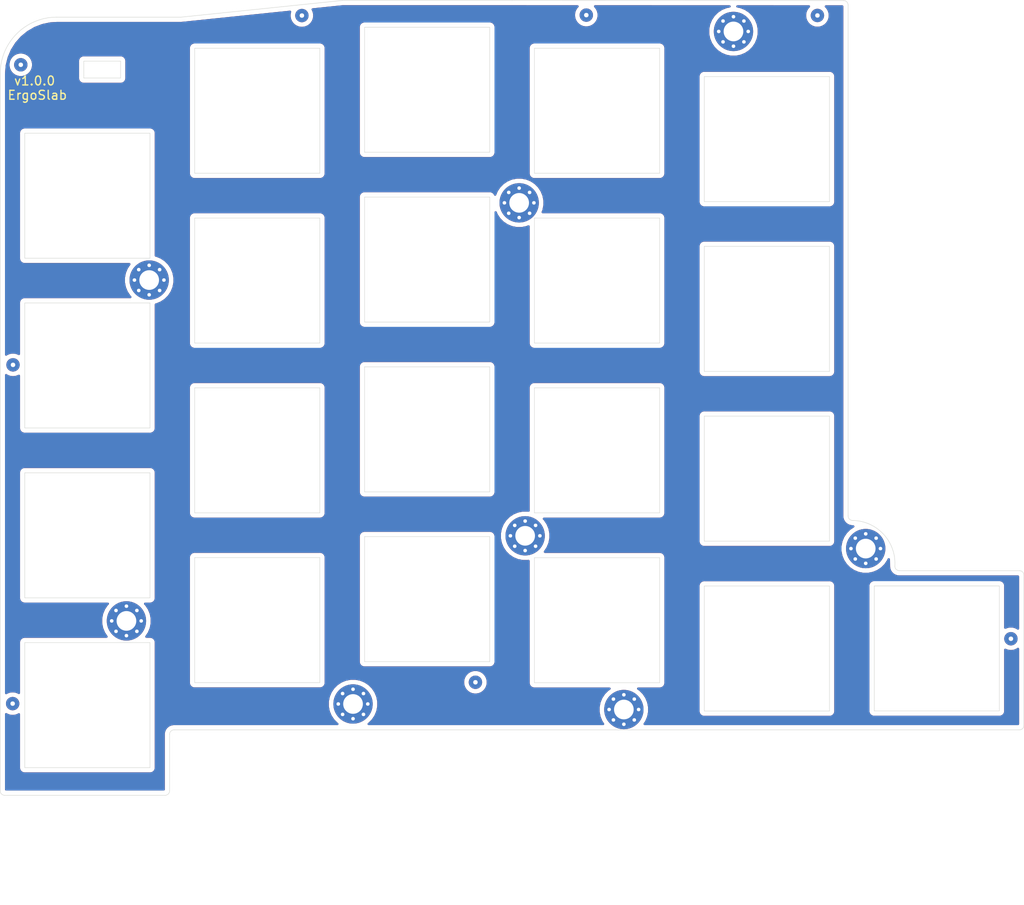
<source format=kicad_pcb>
(kicad_pcb (version 20171130) (host pcbnew 5.1.5)

  (general
    (thickness 1.6)
    (drawings 111)
    (tracks 0)
    (zones 0)
    (modules 16)
    (nets 1)
  )

  (page A4)
  (title_block
    (title ErgoSlab)
    (rev 1.0.0)
    (company "By Tom Saleeba")
    (comment 1 "MIT License")
  )

  (layers
    (0 F.Cu signal)
    (31 B.Cu signal)
    (32 B.Adhes user)
    (33 F.Adhes user)
    (34 B.Paste user)
    (35 F.Paste user)
    (36 B.SilkS user)
    (37 F.SilkS user)
    (38 B.Mask user)
    (39 F.Mask user)
    (40 Dwgs.User user hide)
    (41 Cmts.User user hide)
    (42 Eco1.User user hide)
    (43 Eco2.User user hide)
    (44 Edge.Cuts user)
    (45 Margin user)
    (46 B.CrtYd user hide)
    (47 F.CrtYd user hide)
    (48 B.Fab user hide)
    (49 F.Fab user hide)
  )

  (setup
    (last_trace_width 0.25)
    (trace_clearance 0.2)
    (zone_clearance 0.508)
    (zone_45_only no)
    (trace_min 0.2)
    (via_size 0.8)
    (via_drill 0.4)
    (via_min_size 0.4)
    (via_min_drill 0.3)
    (uvia_size 0.8)
    (uvia_drill 0.4)
    (uvias_allowed no)
    (uvia_min_size 0.4)
    (uvia_min_drill 0.3)
    (edge_width 0.05)
    (segment_width 0.2)
    (pcb_text_width 0.3)
    (pcb_text_size 1.5 1.5)
    (mod_edge_width 0.12)
    (mod_text_size 1 1)
    (mod_text_width 0.15)
    (pad_size 1.6 1.6)
    (pad_drill 0.8)
    (pad_to_mask_clearance 0.051)
    (solder_mask_min_width 0.25)
    (aux_axis_origin 0 0)
    (visible_elements FFFFFF7F)
    (pcbplotparams
      (layerselection 0x010fc_ffffffff)
      (usegerberextensions false)
      (usegerberattributes false)
      (usegerberadvancedattributes false)
      (creategerberjobfile false)
      (excludeedgelayer true)
      (linewidth 0.100000)
      (plotframeref false)
      (viasonmask false)
      (mode 1)
      (useauxorigin false)
      (hpglpennumber 1)
      (hpglpenspeed 20)
      (hpglpendiameter 15.000000)
      (psnegative false)
      (psa4output false)
      (plotreference true)
      (plotvalue true)
      (plotinvisibletext false)
      (padsonsilk false)
      (subtractmaskfromsilk false)
      (outputformat 1)
      (mirror false)
      (drillshape 0)
      (scaleselection 1)
      (outputdirectory "/tmp/tmp.RLDnsrcVKc/blah2"))
  )

  (net 0 "")

  (net_class Default "This is the default net class."
    (clearance 0.2)
    (trace_width 0.25)
    (via_dia 0.8)
    (via_drill 0.4)
    (uvia_dia 0.8)
    (uvia_drill 0.4)
  )

  (module footprints:switchplate-brace (layer F.Cu) (tedit 5DE11782) (tstamp 5DE14BF7)
    (at 125.6 120.5)
    (fp_text reference Brace7 (at 0.4 1.4) (layer F.SilkS) hide
      (effects (font (size 1 1) (thickness 0.15)))
    )
    (fp_text value switchplate-brace (at 0 -1.4) (layer F.Fab)
      (effects (font (size 1 1) (thickness 0.15)))
    )
    (pad 1 thru_hole circle (at 0 0) (size 1.5 1.5) (drill 0.5) (layers *.Cu *.Mask))
  )

  (module footprints:switchplate-brace (layer F.Cu) (tedit 5DE11782) (tstamp 5DE14BEF)
    (at 185.49 115.63)
    (fp_text reference Brace6 (at 0.4 1.4) (layer F.SilkS) hide
      (effects (font (size 1 1) (thickness 0.15)))
    )
    (fp_text value switchplate-brace (at 0 -1.4) (layer F.Fab)
      (effects (font (size 1 1) (thickness 0.15)))
    )
    (pad 1 thru_hole circle (at 0 0) (size 1.5 1.5) (drill 0.5) (layers *.Cu *.Mask))
  )

  (module footprints:switchplate-brace (layer F.Cu) (tedit 5DE11782) (tstamp 5DE14BDF)
    (at 163.85 45.88)
    (fp_text reference Brace5 (at 0.4 1.4) (layer F.SilkS) hide
      (effects (font (size 1 1) (thickness 0.15)))
    )
    (fp_text value switchplate-brace (at 0 -1.4) (layer F.Fab)
      (effects (font (size 1 1) (thickness 0.15)))
    )
    (pad 1 thru_hole circle (at 0 0) (size 1.5 1.5) (drill 0.5) (layers *.Cu *.Mask))
  )

  (module footprints:switchplate-brace (layer F.Cu) (tedit 5DE11782) (tstamp 5DE14BD7)
    (at 138 45.84)
    (fp_text reference Brace4 (at 0.4 1.4) (layer F.SilkS) hide
      (effects (font (size 1 1) (thickness 0.15)))
    )
    (fp_text value switchplate-brace (at 0 -1.4) (layer F.Fab)
      (effects (font (size 1 1) (thickness 0.15)))
    )
    (pad 1 thru_hole circle (at 0 0) (size 1.5 1.5) (drill 0.5) (layers *.Cu *.Mask))
  )

  (module footprints:switchplate-brace (layer F.Cu) (tedit 5DE11782) (tstamp 5DE14BCF)
    (at 106.19 45.89)
    (fp_text reference Brace3 (at 0.4 1.4) (layer F.SilkS) hide
      (effects (font (size 1 1) (thickness 0.15)))
    )
    (fp_text value switchplate-brace (at 0 -1.4) (layer F.Fab)
      (effects (font (size 1 1) (thickness 0.15)))
    )
    (pad 1 thru_hole circle (at 0 0) (size 1.5 1.5) (drill 0.5) (layers *.Cu *.Mask))
  )

  (module footprints:switchplate-brace (layer F.Cu) (tedit 5DE11782) (tstamp 5DE14BC7)
    (at 74.75 51.4)
    (fp_text reference Brace2 (at 0.4 1.4) (layer F.SilkS) hide
      (effects (font (size 1 1) (thickness 0.15)))
    )
    (fp_text value switchplate-brace (at 0 -1.4) (layer F.Fab)
      (effects (font (size 1 1) (thickness 0.15)))
    )
    (pad 1 thru_hole circle (at 0 0) (size 1.5 1.5) (drill 0.5) (layers *.Cu *.Mask))
  )

  (module footprints:switchplate-brace (layer F.Cu) (tedit 5DE11782) (tstamp 5DE14BBF)
    (at 73.88 84.98)
    (fp_text reference Brace1 (at 0.4 1.4) (layer F.SilkS) hide
      (effects (font (size 1 1) (thickness 0.15)))
    )
    (fp_text value switchplate-brace (at 0 -1.4) (layer F.Fab)
      (effects (font (size 1 1) (thickness 0.15)))
    )
    (pad 1 thru_hole circle (at 0 0) (size 1.5 1.5) (drill 0.5) (layers *.Cu *.Mask))
  )

  (module footprints:switchplate-brace (layer F.Cu) (tedit 5DE11782) (tstamp 5DE13018)
    (at 73.84 122.89)
    (fp_text reference Brace0 (at 0.4 1.4) (layer F.SilkS) hide
      (effects (font (size 1 1) (thickness 0.15)))
    )
    (fp_text value switchplate-brace (at 0 -1.4) (layer F.Fab)
      (effects (font (size 1 1) (thickness 0.15)))
    )
    (pad 1 thru_hole circle (at 0 0) (size 1.5 1.5) (drill 0.5) (layers *.Cu *.Mask))
  )

  (module MountingHole:MountingHole_2.2mm_M2_Pad_Via (layer F.Cu) (tedit 56DDB9C7) (tstamp 5DBB1B93)
    (at 86.566726 113.633274 270)
    (descr "Mounting Hole 2.2mm, M2")
    (tags "mounting hole 2.2mm m2")
    (attr virtual)
    (fp_text reference Mount3 (at 0 -3.2 90) (layer F.SilkS) hide
      (effects (font (size 1 1) (thickness 0.15)))
    )
    (fp_text value MountingHole_2.2mm_M2_Pad_Via (at 0 3.2 90) (layer F.Fab)
      (effects (font (size 1 1) (thickness 0.15)))
    )
    (fp_circle (center 0 0) (end 2.45 0) (layer F.CrtYd) (width 0.05))
    (fp_circle (center 0 0) (end 2.2 0) (layer Cmts.User) (width 0.15))
    (fp_text user %R (at 0.3 0 90) (layer F.Fab)
      (effects (font (size 1 1) (thickness 0.15)))
    )
    (pad 1 thru_hole circle (at 1.166726 -1.166726 270) (size 0.7 0.7) (drill 0.4) (layers *.Cu *.Mask))
    (pad 1 thru_hole circle (at 0 -1.65 270) (size 0.7 0.7) (drill 0.4) (layers *.Cu *.Mask))
    (pad 1 thru_hole circle (at -1.166726 -1.166726 270) (size 0.7 0.7) (drill 0.4) (layers *.Cu *.Mask))
    (pad 1 thru_hole circle (at -1.65 0 270) (size 0.7 0.7) (drill 0.4) (layers *.Cu *.Mask))
    (pad 1 thru_hole circle (at -1.166726 1.166726 270) (size 0.7 0.7) (drill 0.4) (layers *.Cu *.Mask))
    (pad 1 thru_hole circle (at 0 1.65 270) (size 0.7 0.7) (drill 0.4) (layers *.Cu *.Mask))
    (pad 1 thru_hole circle (at 1.166726 1.166726 270) (size 0.7 0.7) (drill 0.4) (layers *.Cu *.Mask))
    (pad 1 thru_hole circle (at 1.65 0 270) (size 0.7 0.7) (drill 0.4) (layers *.Cu *.Mask))
    (pad 1 thru_hole circle (at 0 0 270) (size 4.4 4.4) (drill 2.2) (layers *.Cu *.Mask))
  )

  (module MountingHole:MountingHole_2.2mm_M2_Pad_Via (layer F.Cu) (tedit 56DDB9C7) (tstamp 5DBAB402)
    (at 142.2 123.55)
    (descr "Mounting Hole 2.2mm, M2")
    (tags "mounting hole 2.2mm m2")
    (attr virtual)
    (fp_text reference Mount7 (at 0 -3.2) (layer F.SilkS) hide
      (effects (font (size 1 1) (thickness 0.15)))
    )
    (fp_text value MountingHole_2.2mm_M2_Pad_Via (at 0 3.2) (layer F.Fab)
      (effects (font (size 1 1) (thickness 0.15)))
    )
    (fp_circle (center 0 0) (end 2.45 0) (layer F.CrtYd) (width 0.05))
    (fp_circle (center 0 0) (end 2.2 0) (layer Cmts.User) (width 0.15))
    (fp_text user %R (at 0.3 0) (layer F.Fab)
      (effects (font (size 1 1) (thickness 0.15)))
    )
    (pad 1 thru_hole circle (at 1.166726 -1.166726) (size 0.7 0.7) (drill 0.4) (layers *.Cu *.Mask))
    (pad 1 thru_hole circle (at 0 -1.65) (size 0.7 0.7) (drill 0.4) (layers *.Cu *.Mask))
    (pad 1 thru_hole circle (at -1.166726 -1.166726) (size 0.7 0.7) (drill 0.4) (layers *.Cu *.Mask))
    (pad 1 thru_hole circle (at -1.65 0) (size 0.7 0.7) (drill 0.4) (layers *.Cu *.Mask))
    (pad 1 thru_hole circle (at -1.166726 1.166726) (size 0.7 0.7) (drill 0.4) (layers *.Cu *.Mask))
    (pad 1 thru_hole circle (at 0 1.65) (size 0.7 0.7) (drill 0.4) (layers *.Cu *.Mask))
    (pad 1 thru_hole circle (at 1.166726 1.166726) (size 0.7 0.7) (drill 0.4) (layers *.Cu *.Mask))
    (pad 1 thru_hole circle (at 1.65 0) (size 0.7 0.7) (drill 0.4) (layers *.Cu *.Mask))
    (pad 1 thru_hole circle (at 0 0) (size 4.4 4.4) (drill 2.2) (layers *.Cu *.Mask))
  )

  (module MountingHole:MountingHole_2.2mm_M2_Pad_Via (layer F.Cu) (tedit 56DDB9C7) (tstamp 5DBAB3E4)
    (at 154.46 47.67)
    (descr "Mounting Hole 2.2mm, M2")
    (tags "mounting hole 2.2mm m2")
    (attr virtual)
    (fp_text reference Mount0 (at 0 -3.2) (layer F.SilkS) hide
      (effects (font (size 1 1) (thickness 0.15)))
    )
    (fp_text value MountingHole_2.2mm_M2_Pad_Via (at 0 3.2) (layer F.Fab)
      (effects (font (size 1 1) (thickness 0.15)))
    )
    (fp_text user %R (at 0.3 0) (layer F.Fab)
      (effects (font (size 1 1) (thickness 0.15)))
    )
    (fp_circle (center 0 0) (end 2.2 0) (layer Cmts.User) (width 0.15))
    (fp_circle (center 0 0) (end 2.45 0) (layer F.CrtYd) (width 0.05))
    (pad 1 thru_hole circle (at 0 0) (size 4.4 4.4) (drill 2.2) (layers *.Cu *.Mask))
    (pad 1 thru_hole circle (at 1.65 0) (size 0.7 0.7) (drill 0.4) (layers *.Cu *.Mask))
    (pad 1 thru_hole circle (at 1.166726 1.166726) (size 0.7 0.7) (drill 0.4) (layers *.Cu *.Mask))
    (pad 1 thru_hole circle (at 0 1.65) (size 0.7 0.7) (drill 0.4) (layers *.Cu *.Mask))
    (pad 1 thru_hole circle (at -1.166726 1.166726) (size 0.7 0.7) (drill 0.4) (layers *.Cu *.Mask))
    (pad 1 thru_hole circle (at -1.65 0) (size 0.7 0.7) (drill 0.4) (layers *.Cu *.Mask))
    (pad 1 thru_hole circle (at -1.166726 -1.166726) (size 0.7 0.7) (drill 0.4) (layers *.Cu *.Mask))
    (pad 1 thru_hole circle (at 0 -1.65) (size 0.7 0.7) (drill 0.4) (layers *.Cu *.Mask))
    (pad 1 thru_hole circle (at 1.166726 -1.166726) (size 0.7 0.7) (drill 0.4) (layers *.Cu *.Mask))
  )

  (module MountingHole:MountingHole_2.2mm_M2_Pad_Via (layer F.Cu) (tedit 56DDB9C7) (tstamp 5DBAB3C6)
    (at 111.91 122.93 270)
    (descr "Mounting Hole 2.2mm, M2")
    (tags "mounting hole 2.2mm m2")
    (attr virtual)
    (fp_text reference Mount6 (at 0 -3.2 90) (layer F.SilkS) hide
      (effects (font (size 1 1) (thickness 0.15)))
    )
    (fp_text value MountingHole_2.2mm_M2_Pad_Via (at 0 3.2 90) (layer F.Fab)
      (effects (font (size 1 1) (thickness 0.15)))
    )
    (fp_circle (center 0 0) (end 2.45 0) (layer F.CrtYd) (width 0.05))
    (fp_circle (center 0 0) (end 2.2 0) (layer Cmts.User) (width 0.15))
    (fp_text user %R (at 0.3 0 90) (layer F.Fab)
      (effects (font (size 1 1) (thickness 0.15)))
    )
    (pad 1 thru_hole circle (at 1.166726 -1.166726 270) (size 0.7 0.7) (drill 0.4) (layers *.Cu *.Mask))
    (pad 1 thru_hole circle (at 0 -1.65 270) (size 0.7 0.7) (drill 0.4) (layers *.Cu *.Mask))
    (pad 1 thru_hole circle (at -1.166726 -1.166726 270) (size 0.7 0.7) (drill 0.4) (layers *.Cu *.Mask))
    (pad 1 thru_hole circle (at -1.65 0 270) (size 0.7 0.7) (drill 0.4) (layers *.Cu *.Mask))
    (pad 1 thru_hole circle (at -1.166726 1.166726 270) (size 0.7 0.7) (drill 0.4) (layers *.Cu *.Mask))
    (pad 1 thru_hole circle (at 0 1.65 270) (size 0.7 0.7) (drill 0.4) (layers *.Cu *.Mask))
    (pad 1 thru_hole circle (at 1.166726 1.166726 270) (size 0.7 0.7) (drill 0.4) (layers *.Cu *.Mask))
    (pad 1 thru_hole circle (at 1.65 0 270) (size 0.7 0.7) (drill 0.4) (layers *.Cu *.Mask))
    (pad 1 thru_hole circle (at 0 0 270) (size 4.4 4.4) (drill 2.2) (layers *.Cu *.Mask))
  )

  (module MountingHole:MountingHole_2.2mm_M2_Pad_Via (layer F.Cu) (tedit 56DDB9C7) (tstamp 5DBB1C03)
    (at 131.16 104.11 270)
    (descr "Mounting Hole 2.2mm, M2")
    (tags "mounting hole 2.2mm m2")
    (attr virtual)
    (fp_text reference Mount4 (at 0 -3.2 90) (layer F.SilkS) hide
      (effects (font (size 1 1) (thickness 0.15)))
    )
    (fp_text value MountingHole_2.2mm_M2_Pad_Via (at 0 3.2 90) (layer F.Fab)
      (effects (font (size 1 1) (thickness 0.15)))
    )
    (fp_text user %R (at 0.3 0 90) (layer F.Fab)
      (effects (font (size 1 1) (thickness 0.15)))
    )
    (fp_circle (center 0 0) (end 2.2 0) (layer Cmts.User) (width 0.15))
    (fp_circle (center 0 0) (end 2.45 0) (layer F.CrtYd) (width 0.05))
    (pad 1 thru_hole circle (at 0 0 270) (size 4.4 4.4) (drill 2.2) (layers *.Cu *.Mask))
    (pad 1 thru_hole circle (at 1.65 0 270) (size 0.7 0.7) (drill 0.4) (layers *.Cu *.Mask))
    (pad 1 thru_hole circle (at 1.166726 1.166726 270) (size 0.7 0.7) (drill 0.4) (layers *.Cu *.Mask))
    (pad 1 thru_hole circle (at 0 1.65 270) (size 0.7 0.7) (drill 0.4) (layers *.Cu *.Mask))
    (pad 1 thru_hole circle (at -1.166726 1.166726 270) (size 0.7 0.7) (drill 0.4) (layers *.Cu *.Mask))
    (pad 1 thru_hole circle (at -1.65 0 270) (size 0.7 0.7) (drill 0.4) (layers *.Cu *.Mask))
    (pad 1 thru_hole circle (at -1.166726 -1.166726 270) (size 0.7 0.7) (drill 0.4) (layers *.Cu *.Mask))
    (pad 1 thru_hole circle (at 0 -1.65 270) (size 0.7 0.7) (drill 0.4) (layers *.Cu *.Mask))
    (pad 1 thru_hole circle (at 1.166726 -1.166726 270) (size 0.7 0.7) (drill 0.4) (layers *.Cu *.Mask))
  )

  (module MountingHole:MountingHole_2.2mm_M2_Pad_Via (layer F.Cu) (tedit 56DDB9C7) (tstamp 5DBB1A30)
    (at 169.25 105.54 270)
    (descr "Mounting Hole 2.2mm, M2")
    (tags "mounting hole 2.2mm m2")
    (attr virtual)
    (fp_text reference Mount5 (at 0 -3.2 90) (layer F.SilkS) hide
      (effects (font (size 1 1) (thickness 0.15)))
    )
    (fp_text value MountingHole_2.2mm_M2_Pad_Via (at 0 3.2 90) (layer F.Fab)
      (effects (font (size 1 1) (thickness 0.15)))
    )
    (fp_circle (center 0 0) (end 2.45 0) (layer F.CrtYd) (width 0.05))
    (fp_circle (center 0 0) (end 2.2 0) (layer Cmts.User) (width 0.15))
    (fp_text user %R (at 0.3 0 90) (layer F.Fab)
      (effects (font (size 1 1) (thickness 0.15)))
    )
    (pad 1 thru_hole circle (at 1.166726 -1.166726 270) (size 0.7 0.7) (drill 0.4) (layers *.Cu *.Mask))
    (pad 1 thru_hole circle (at 0 -1.65 270) (size 0.7 0.7) (drill 0.4) (layers *.Cu *.Mask))
    (pad 1 thru_hole circle (at -1.166726 -1.166726 270) (size 0.7 0.7) (drill 0.4) (layers *.Cu *.Mask))
    (pad 1 thru_hole circle (at -1.65 0 270) (size 0.7 0.7) (drill 0.4) (layers *.Cu *.Mask))
    (pad 1 thru_hole circle (at -1.166726 1.166726 270) (size 0.7 0.7) (drill 0.4) (layers *.Cu *.Mask))
    (pad 1 thru_hole circle (at 0 1.65 270) (size 0.7 0.7) (drill 0.4) (layers *.Cu *.Mask))
    (pad 1 thru_hole circle (at 1.166726 1.166726 270) (size 0.7 0.7) (drill 0.4) (layers *.Cu *.Mask))
    (pad 1 thru_hole circle (at 1.65 0 270) (size 0.7 0.7) (drill 0.4) (layers *.Cu *.Mask))
    (pad 1 thru_hole circle (at 0 0 270) (size 4.4 4.4) (drill 2.2) (layers *.Cu *.Mask))
  )

  (module MountingHole:MountingHole_2.2mm_M2_Pad_Via (layer F.Cu) (tedit 56DDB9C7) (tstamp 5DBB17B3)
    (at 130.49 66.85 270)
    (descr "Mounting Hole 2.2mm, M2")
    (tags "mounting hole 2.2mm m2")
    (attr virtual)
    (fp_text reference Mount2 (at 0 -3.2 90) (layer F.SilkS) hide
      (effects (font (size 1 1) (thickness 0.15)))
    )
    (fp_text value MountingHole_2.2mm_M2_Pad_Via (at 0 3.2 90) (layer F.Fab)
      (effects (font (size 1 1) (thickness 0.15)))
    )
    (fp_circle (center 0 0) (end 2.45 0) (layer F.CrtYd) (width 0.05))
    (fp_circle (center 0 0) (end 2.2 0) (layer Cmts.User) (width 0.15))
    (fp_text user %R (at 0.3 0 90) (layer F.Fab)
      (effects (font (size 1 1) (thickness 0.15)))
    )
    (pad 1 thru_hole circle (at 1.166726 -1.166726 270) (size 0.7 0.7) (drill 0.4) (layers *.Cu *.Mask))
    (pad 1 thru_hole circle (at 0 -1.65 270) (size 0.7 0.7) (drill 0.4) (layers *.Cu *.Mask))
    (pad 1 thru_hole circle (at -1.166726 -1.166726 270) (size 0.7 0.7) (drill 0.4) (layers *.Cu *.Mask))
    (pad 1 thru_hole circle (at -1.65 0 270) (size 0.7 0.7) (drill 0.4) (layers *.Cu *.Mask))
    (pad 1 thru_hole circle (at -1.166726 1.166726 270) (size 0.7 0.7) (drill 0.4) (layers *.Cu *.Mask))
    (pad 1 thru_hole circle (at 0 1.65 270) (size 0.7 0.7) (drill 0.4) (layers *.Cu *.Mask))
    (pad 1 thru_hole circle (at 1.166726 1.166726 270) (size 0.7 0.7) (drill 0.4) (layers *.Cu *.Mask))
    (pad 1 thru_hole circle (at 1.65 0 270) (size 0.7 0.7) (drill 0.4) (layers *.Cu *.Mask))
    (pad 1 thru_hole circle (at 0 0 270) (size 4.4 4.4) (drill 2.2) (layers *.Cu *.Mask))
  )

  (module MountingHole:MountingHole_2.2mm_M2_Pad_Via (layer F.Cu) (tedit 56DDB9C7) (tstamp 5DB76E4A)
    (at 89.11 75.49 270)
    (descr "Mounting Hole 2.2mm, M2")
    (tags "mounting hole 2.2mm m2")
    (attr virtual)
    (fp_text reference Mount1 (at 0 -3.2 90) (layer F.SilkS) hide
      (effects (font (size 1 1) (thickness 0.15)))
    )
    (fp_text value MountingHole_2.2mm_M2_Pad_Via (at 0 3.2 90) (layer F.Fab)
      (effects (font (size 1 1) (thickness 0.15)))
    )
    (fp_text user %R (at 0.3 0 90) (layer F.Fab)
      (effects (font (size 1 1) (thickness 0.15)))
    )
    (fp_circle (center 0 0) (end 2.2 0) (layer Cmts.User) (width 0.15))
    (fp_circle (center 0 0) (end 2.45 0) (layer F.CrtYd) (width 0.05))
    (pad 1 thru_hole circle (at 0 0 270) (size 4.4 4.4) (drill 2.2) (layers *.Cu *.Mask))
    (pad 1 thru_hole circle (at 1.65 0 270) (size 0.7 0.7) (drill 0.4) (layers *.Cu *.Mask))
    (pad 1 thru_hole circle (at 1.166726 1.166726 270) (size 0.7 0.7) (drill 0.4) (layers *.Cu *.Mask))
    (pad 1 thru_hole circle (at 0 1.65 270) (size 0.7 0.7) (drill 0.4) (layers *.Cu *.Mask))
    (pad 1 thru_hole circle (at -1.166726 1.166726 270) (size 0.7 0.7) (drill 0.4) (layers *.Cu *.Mask))
    (pad 1 thru_hole circle (at -1.65 0 270) (size 0.7 0.7) (drill 0.4) (layers *.Cu *.Mask))
    (pad 1 thru_hole circle (at -1.166726 -1.166726 270) (size 0.7 0.7) (drill 0.4) (layers *.Cu *.Mask))
    (pad 1 thru_hole circle (at 0 -1.65 270) (size 0.7 0.7) (drill 0.4) (layers *.Cu *.Mask))
    (pad 1 thru_hole circle (at 1.166726 -1.166726 270) (size 0.7 0.7) (drill 0.4) (layers *.Cu *.Mask))
  )

  (gr_line (start 170.2 109.72) (end 184.2 109.72) (layer Edge.Cuts) (width 0.05) (tstamp 5DFACEB8))
  (gr_line (start 170.2 123.71) (end 170.2 109.72) (layer Edge.Cuts) (width 0.05) (tstamp 5DFACEB7))
  (gr_line (start 170.2 123.71) (end 184.2 123.71) (layer Edge.Cuts) (width 0.05) (tstamp 5DFACEB6))
  (gr_line (start 184.2 123.71) (end 184.2 109.72) (layer Edge.Cuts) (width 0.05) (tstamp 5DFACEB5))
  (gr_line (start 151.2 109.73) (end 165.2 109.73) (layer Edge.Cuts) (width 0.05) (tstamp 5DFACEB0))
  (gr_line (start 151.2 123.72) (end 165.2 123.72) (layer Edge.Cuts) (width 0.05) (tstamp 5DFACEAF))
  (gr_line (start 151.2 123.72) (end 151.2 109.73) (layer Edge.Cuts) (width 0.05) (tstamp 5DFACEAE))
  (gr_line (start 165.2 123.72) (end 165.2 109.73) (layer Edge.Cuts) (width 0.05) (tstamp 5DFACEAD))
  (gr_line (start 151.2 104.71) (end 165.2 104.71) (layer Edge.Cuts) (width 0.05) (tstamp 5DFACEA8))
  (gr_line (start 165.2 104.71) (end 165.2 90.72) (layer Edge.Cuts) (width 0.05) (tstamp 5DFACEA7))
  (gr_line (start 151.2 104.71) (end 151.2 90.72) (layer Edge.Cuts) (width 0.05) (tstamp 5DFACEA6))
  (gr_line (start 151.2 90.72) (end 165.2 90.72) (layer Edge.Cuts) (width 0.05) (tstamp 5DFACEA5))
  (gr_line (start 146.2 120.55) (end 146.2 106.56) (layer Edge.Cuts) (width 0.05) (tstamp 5DFACEA0))
  (gr_line (start 132.2 120.55) (end 132.2 106.56) (layer Edge.Cuts) (width 0.05) (tstamp 5DFACE9F))
  (gr_line (start 132.2 106.56) (end 146.2 106.56) (layer Edge.Cuts) (width 0.05) (tstamp 5DFACE9E))
  (gr_line (start 132.2 120.55) (end 146.2 120.55) (layer Edge.Cuts) (width 0.05) (tstamp 5DFACE9D))
  (gr_line (start 146.2 101.54) (end 146.2 87.55) (layer Edge.Cuts) (width 0.05) (tstamp 5DFACE98))
  (gr_line (start 132.2 101.54) (end 146.2 101.54) (layer Edge.Cuts) (width 0.05) (tstamp 5DFACE97))
  (gr_line (start 132.2 87.55) (end 146.2 87.55) (layer Edge.Cuts) (width 0.05) (tstamp 5DFACE96))
  (gr_line (start 132.2 101.54) (end 132.2 87.55) (layer Edge.Cuts) (width 0.05) (tstamp 5DFACE95))
  (gr_line (start 113.2 118.19) (end 113.2 104.2) (layer Edge.Cuts) (width 0.05) (tstamp 5DFACE90))
  (gr_line (start 127.2 118.19) (end 127.2 104.2) (layer Edge.Cuts) (width 0.05) (tstamp 5DFACE8F))
  (gr_line (start 113.2 104.2) (end 127.2 104.2) (layer Edge.Cuts) (width 0.05) (tstamp 5DFACE8E))
  (gr_line (start 113.2 118.19) (end 127.2 118.19) (layer Edge.Cuts) (width 0.05) (tstamp 5DFACE8D))
  (gr_line (start 113.2 99.19) (end 113.2 85.2) (layer Edge.Cuts) (width 0.05) (tstamp 5DFACE88))
  (gr_line (start 113.2 99.19) (end 127.2 99.19) (layer Edge.Cuts) (width 0.05) (tstamp 5DFACE87))
  (gr_line (start 127.2 99.19) (end 127.2 85.2) (layer Edge.Cuts) (width 0.05) (tstamp 5DFACE86))
  (gr_line (start 113.2 85.2) (end 127.2 85.2) (layer Edge.Cuts) (width 0.05) (tstamp 5DFACE85))
  (gr_line (start 113.2 66.2) (end 127.2 66.2) (layer Edge.Cuts) (width 0.05) (tstamp 5DFACE80))
  (gr_line (start 113.2 80.19) (end 113.2 66.2) (layer Edge.Cuts) (width 0.05) (tstamp 5DFACE7F))
  (gr_line (start 127.2 80.19) (end 127.2 66.2) (layer Edge.Cuts) (width 0.05) (tstamp 5DFACE7E))
  (gr_line (start 113.2 80.19) (end 127.2 80.19) (layer Edge.Cuts) (width 0.05) (tstamp 5DFACE7D))
  (gr_line (start 132.2 82.54) (end 132.2 68.55) (layer Edge.Cuts) (width 0.05) (tstamp 5DFACE78))
  (gr_line (start 132.2 68.55) (end 146.2 68.55) (layer Edge.Cuts) (width 0.05) (tstamp 5DFACE77))
  (gr_line (start 132.2 82.54) (end 146.2 82.54) (layer Edge.Cuts) (width 0.05) (tstamp 5DFACE76))
  (gr_line (start 146.2 82.54) (end 146.2 68.55) (layer Edge.Cuts) (width 0.05) (tstamp 5DFACE75))
  (gr_line (start 165.2 85.71) (end 165.2 71.72) (layer Edge.Cuts) (width 0.05) (tstamp 5DFACE70))
  (gr_line (start 151.2 85.71) (end 165.2 85.71) (layer Edge.Cuts) (width 0.05) (tstamp 5DFACE6F))
  (gr_line (start 151.2 85.71) (end 151.2 71.72) (layer Edge.Cuts) (width 0.05) (tstamp 5DFACE6E))
  (gr_line (start 151.2 71.72) (end 165.2 71.72) (layer Edge.Cuts) (width 0.05) (tstamp 5DFACE6D))
  (gr_line (start 165.2 66.71) (end 165.2 52.72) (layer Edge.Cuts) (width 0.05) (tstamp 5DFACE68))
  (gr_line (start 151.2 66.71) (end 151.2 52.72) (layer Edge.Cuts) (width 0.05) (tstamp 5DFACE67))
  (gr_line (start 151.2 52.72) (end 165.2 52.72) (layer Edge.Cuts) (width 0.05) (tstamp 5DFACE66))
  (gr_line (start 151.2 66.71) (end 165.2 66.71) (layer Edge.Cuts) (width 0.05) (tstamp 5DFACE65))
  (gr_line (start 132.2 63.54) (end 132.2 49.55) (layer Edge.Cuts) (width 0.05) (tstamp 5DFACE60))
  (gr_line (start 132.2 63.54) (end 146.2 63.54) (layer Edge.Cuts) (width 0.05) (tstamp 5DFACE5F))
  (gr_line (start 146.2 63.54) (end 146.2 49.55) (layer Edge.Cuts) (width 0.05) (tstamp 5DFACE5E))
  (gr_line (start 132.2 49.55) (end 146.2 49.55) (layer Edge.Cuts) (width 0.05) (tstamp 5DFACE5D))
  (gr_line (start 113.2 61.19) (end 113.2 47.2) (layer Edge.Cuts) (width 0.05) (tstamp 5DFACE58))
  (gr_line (start 127.2 61.19) (end 127.2 47.2) (layer Edge.Cuts) (width 0.05) (tstamp 5DFACE57))
  (gr_line (start 113.2 61.19) (end 127.2 61.19) (layer Edge.Cuts) (width 0.05) (tstamp 5DFACE56))
  (gr_line (start 113.2 47.2) (end 127.2 47.2) (layer Edge.Cuts) (width 0.05) (tstamp 5DFACE55))
  (gr_line (start 94.2 49.55) (end 108.2 49.55) (layer Edge.Cuts) (width 0.05) (tstamp 5DFACE50))
  (gr_line (start 94.2 63.54) (end 108.2 63.54) (layer Edge.Cuts) (width 0.05) (tstamp 5DFACE4F))
  (gr_line (start 108.2 63.54) (end 108.2 49.55) (layer Edge.Cuts) (width 0.05) (tstamp 5DFACE4E))
  (gr_line (start 94.2 63.54) (end 94.2 49.55) (layer Edge.Cuts) (width 0.05) (tstamp 5DFACE4D))
  (gr_line (start 108.2 82.54) (end 108.2 68.55) (layer Edge.Cuts) (width 0.05) (tstamp 5DFACE48))
  (gr_line (start 94.2 82.54) (end 94.2 68.55) (layer Edge.Cuts) (width 0.05) (tstamp 5DFACE47))
  (gr_line (start 94.2 82.54) (end 108.2 82.54) (layer Edge.Cuts) (width 0.05) (tstamp 5DFACE46))
  (gr_line (start 94.2 68.55) (end 108.2 68.55) (layer Edge.Cuts) (width 0.05) (tstamp 5DFACE45))
  (gr_line (start 94.2 101.54) (end 108.2 101.54) (layer Edge.Cuts) (width 0.05) (tstamp 5DFACE40))
  (gr_line (start 94.2 87.55) (end 108.2 87.55) (layer Edge.Cuts) (width 0.05) (tstamp 5DFACE3F))
  (gr_line (start 94.2 101.54) (end 94.2 87.55) (layer Edge.Cuts) (width 0.05) (tstamp 5DFACE3E))
  (gr_line (start 108.2 101.54) (end 108.2 87.55) (layer Edge.Cuts) (width 0.05) (tstamp 5DFACE3D))
  (gr_line (start 108.2 120.54) (end 108.2 106.55) (layer Edge.Cuts) (width 0.05) (tstamp 5DFACE38))
  (gr_line (start 94.2 120.54) (end 108.2 120.54) (layer Edge.Cuts) (width 0.05) (tstamp 5DFACE37))
  (gr_line (start 94.2 120.54) (end 94.2 106.55) (layer Edge.Cuts) (width 0.05) (tstamp 5DFACE36))
  (gr_line (start 94.2 106.55) (end 108.2 106.55) (layer Edge.Cuts) (width 0.05) (tstamp 5DFACE35))
  (gr_line (start 75.2 97.06) (end 89.2 97.06) (layer Edge.Cuts) (width 0.05) (tstamp 5DFACE30))
  (gr_line (start 75.2 111.05) (end 89.2 111.05) (layer Edge.Cuts) (width 0.05) (tstamp 5DFACE2F))
  (gr_line (start 75.2 111.05) (end 75.2 97.06) (layer Edge.Cuts) (width 0.05) (tstamp 5DFACE2E))
  (gr_line (start 89.2 111.05) (end 89.2 97.06) (layer Edge.Cuts) (width 0.05) (tstamp 5DFACE2D))
  (gr_line (start 89.2 92.04) (end 89.2 78.05) (layer Edge.Cuts) (width 0.05) (tstamp 5DFACE28))
  (gr_line (start 75.2 92.04) (end 89.2 92.04) (layer Edge.Cuts) (width 0.05) (tstamp 5DFACE27))
  (gr_line (start 75.2 78.05) (end 89.2 78.05) (layer Edge.Cuts) (width 0.05) (tstamp 5DFACE26))
  (gr_line (start 75.2 92.04) (end 75.2 78.05) (layer Edge.Cuts) (width 0.05) (tstamp 5DFACE25))
  (gr_line (start 75.2 116.06) (end 89.2 116.06) (layer Edge.Cuts) (width 0.05) (tstamp 5DFA220D))
  (gr_line (start 75.2 130.05) (end 89.2 130.05) (layer Edge.Cuts) (width 0.05) (tstamp 5DFA220C))
  (gr_line (start 75.2 130.05) (end 75.2 116.06) (layer Edge.Cuts) (width 0.05) (tstamp 5DFA220B))
  (gr_line (start 89.2 130.05) (end 89.2 116.06) (layer Edge.Cuts) (width 0.05) (tstamp 5DFA220A))
  (gr_line (start 75.2 73.05) (end 75.2 59.06) (layer Edge.Cuts) (width 0.05) (tstamp 5DF176E5))
  (gr_line (start 75.2 59.06) (end 89.2 59.06) (layer Edge.Cuts) (width 0.05) (tstamp 5DF176E4))
  (gr_line (start 75.2 73.05) (end 89.2 73.05) (layer Edge.Cuts) (width 0.05) (tstamp 5DF176DF))
  (gr_line (start 89.2 73.05) (end 89.2 59.06) (layer Edge.Cuts) (width 0.05) (tstamp 5DF176DE))
  (gr_line (start 85.91 50.99) (end 81.8 50.99) (layer Edge.Cuts) (width 0.05) (tstamp 5DE9CAA1))
  (gr_line (start 85.91 52.88) (end 85.91 50.99) (layer Edge.Cuts) (width 0.05) (tstamp 5DE9CA9E))
  (gr_line (start 81.8 52.88) (end 81.8 50.99) (layer Edge.Cuts) (width 0.05))
  (gr_line (start 85.91 52.88) (end 81.8 52.88) (layer Edge.Cuts) (width 0.05))
  (gr_line (start 110.71 44.2) (end 129.7 44.2) (layer Edge.Cuts) (width 0.05))
  (gr_text ErgoSlab (at 76.6 54.8) (layer F.SilkS)
    (effects (font (size 1 1) (thickness 0.1501)))
  )
  (gr_text v1.0.0 (at 76.3 53.2) (layer F.SilkS)
    (effects (font (size 1 1) (thickness 0.1501)))
  )
  (gr_arc (start 78.77 52.39) (end 78.77 46.07) (angle -90) (layer Edge.Cuts) (width 0.05))
  (gr_arc (start 166.78 44.71) (end 166.78 44.21) (angle 90) (layer Edge.Cuts) (width 0.05) (tstamp 5DE143EA))
  (gr_arc (start 167.780509 101.89) (end 167.780511 102.390509) (angle 90) (layer Edge.Cuts) (width 0.05) (tstamp 5DE1376D))
  (gr_line (start 167.28 44.71) (end 167.28 101.89) (layer Edge.Cuts) (width 0.05) (tstamp 5DE1376A))
  (gr_arc (start 173.010509 107.51) (end 172.510509 107.51) (angle -90) (layer Edge.Cuts) (width 0.05) (tstamp 5DE1375C))
  (gr_arc (start 167.710509 107.2) (end 172.510509 107.51) (angle -92.9) (layer Edge.Cuts) (width 0.05))
  (gr_line (start 173.010509 108.01) (end 186.44 108.01) (layer Edge.Cuts) (width 0.05) (tstamp 5DE136F1))
  (gr_arc (start 186.44 108.51) (end 186.94 108.51) (angle -90) (layer Edge.Cuts) (width 0.05) (tstamp 5DE136EF))
  (gr_line (start 129.7 44.2) (end 166.78 44.21) (layer Edge.Cuts) (width 0.05) (tstamp 5DDD7256))
  (gr_line (start 92.67 46.07) (end 110.71 44.2) (layer Edge.Cuts) (width 0.05))
  (gr_line (start 78.77 46.07) (end 92.67 46.07) (layer Edge.Cuts) (width 0.05))
  (gr_line (start 186.94 108.51) (end 186.94 125.33) (layer Edge.Cuts) (width 0.05) (tstamp 5DDD7205))
  (gr_arc (start 186.44 125.33) (end 186.44 125.83) (angle -90) (layer Edge.Cuts) (width 0.05) (tstamp 5DDD71EF))
  (gr_line (start 91.39 126.33) (end 91.39 132.65) (layer Edge.Cuts) (width 0.05) (tstamp 5DDD6A1A))
  (gr_line (start 90.89 133.15) (end 72.95 133.15) (layer Edge.Cuts) (width 0.05) (tstamp 5DC2D57C))
  (gr_arc (start 90.89 132.65) (end 90.89 133.15) (angle -90) (layer Edge.Cuts) (width 0.05) (tstamp 5DC2D56E))
  (gr_arc (start 91.89 126.33) (end 91.89 125.83) (angle -90) (layer Edge.Cuts) (width 0.05) (tstamp 5DC2D569))
  (gr_arc (start 72.95 132.65) (end 72.45 132.65) (angle -90) (layer Edge.Cuts) (width 0.05) (tstamp 5DC2BF47))
  (gr_line (start 186.44 125.83) (end 91.89 125.83) (layer Edge.Cuts) (width 0.05) (tstamp 5DC2BF22))
  (gr_line (start 72.45 52.39) (end 72.45 132.65) (layer Edge.Cuts) (width 0.05))

  (zone (net 0) (net_name "") (layer B.Cu) (tstamp 5DEF31D7) (hatch edge 0.508)
    (connect_pads (clearance 0.508))
    (min_thickness 0.254)
    (fill yes (arc_segments 32) (thermal_gap 0.508) (thermal_bridge_width 0.508))
    (polygon
      (pts
        (xy 72.5 44.15) (xy 186.95 44.15) (xy 186.95 145.45) (xy 72.45 145.45) (xy 72.45 44.15)
      )
    )
    (filled_polygon
      (pts
        (xy 137.019341 44.861974) (xy 136.924201 44.957114) (xy 136.772629 45.183957) (xy 136.668225 45.436011) (xy 136.615 45.703589)
        (xy 136.615 45.976411) (xy 136.668225 46.243989) (xy 136.772629 46.496043) (xy 136.924201 46.722886) (xy 137.117114 46.915799)
        (xy 137.343957 47.067371) (xy 137.596011 47.171775) (xy 137.863589 47.225) (xy 138.136411 47.225) (xy 138.403989 47.171775)
        (xy 138.656043 47.067371) (xy 138.882886 46.915799) (xy 139.075799 46.722886) (xy 139.227371 46.496043) (xy 139.331775 46.243989)
        (xy 139.385 45.976411) (xy 139.385 45.703589) (xy 139.331775 45.436011) (xy 139.227371 45.183957) (xy 139.075799 44.957114)
        (xy 138.981188 44.862503) (xy 154.022121 44.866559) (xy 153.633061 44.943948) (xy 153.117124 45.157656) (xy 152.652793 45.467912)
        (xy 152.257912 45.862793) (xy 151.947656 46.327124) (xy 151.733948 46.843061) (xy 151.625 47.390777) (xy 151.625 47.949223)
        (xy 151.733948 48.496939) (xy 151.947656 49.012876) (xy 152.257912 49.477207) (xy 152.652793 49.872088) (xy 153.117124 50.182344)
        (xy 153.633061 50.396052) (xy 154.180777 50.505) (xy 154.739223 50.505) (xy 155.286939 50.396052) (xy 155.802876 50.182344)
        (xy 156.267207 49.872088) (xy 156.662088 49.477207) (xy 156.972344 49.012876) (xy 157.186052 48.496939) (xy 157.295 47.949223)
        (xy 157.295 47.390777) (xy 157.186052 46.843061) (xy 156.972344 46.327124) (xy 156.662088 45.862793) (xy 156.267207 45.467912)
        (xy 155.802876 45.157656) (xy 155.286939 44.943948) (xy 154.899068 44.866795) (xy 162.902361 44.868954) (xy 162.774201 44.997114)
        (xy 162.622629 45.223957) (xy 162.518225 45.476011) (xy 162.465 45.743589) (xy 162.465 46.016411) (xy 162.518225 46.283989)
        (xy 162.622629 46.536043) (xy 162.774201 46.762886) (xy 162.967114 46.955799) (xy 163.193957 47.107371) (xy 163.446011 47.211775)
        (xy 163.713589 47.265) (xy 163.986411 47.265) (xy 164.253989 47.211775) (xy 164.506043 47.107371) (xy 164.732886 46.955799)
        (xy 164.925799 46.762886) (xy 165.077371 46.536043) (xy 165.181775 46.283989) (xy 165.235 46.016411) (xy 165.235 45.743589)
        (xy 165.181775 45.476011) (xy 165.077371 45.223957) (xy 164.925799 44.997114) (xy 164.79815 44.869465) (xy 166.62 44.869956)
        (xy 166.620001 101.922419) (xy 166.622749 101.95032) (xy 166.622728 101.953317) (xy 166.623628 101.962488) (xy 166.6287 102.010746)
        (xy 166.629551 102.019383) (xy 166.629638 102.019671) (xy 166.633839 102.059635) (xy 166.645859 102.118189) (xy 166.657076 102.176992)
        (xy 166.65974 102.185813) (xy 166.688626 102.279128) (xy 166.711806 102.334269) (xy 166.734214 102.389732) (xy 166.738541 102.397869)
        (xy 166.785001 102.483795) (xy 166.818445 102.533377) (xy 166.85121 102.583447) (xy 166.857035 102.590588) (xy 166.919301 102.665854)
        (xy 166.961735 102.707991) (xy 167.003594 102.750737) (xy 167.010695 102.756611) (xy 167.086393 102.818349) (xy 167.136236 102.851464)
        (xy 167.185583 102.885253) (xy 167.193678 102.889629) (xy 167.193681 102.889631) (xy 167.193684 102.889632) (xy 167.193689 102.889635)
        (xy 167.279938 102.935493) (xy 167.335202 102.95827) (xy 167.390219 102.981851) (xy 167.399022 102.984575) (xy 167.492535 103.012808)
        (xy 167.551191 103.024422) (xy 167.609726 103.036864) (xy 167.618891 103.037827) (xy 167.695783 103.045366) (xy 167.707759 103.046793)
        (xy 167.855127 103.0624) (xy 167.442793 103.337912) (xy 167.047912 103.732793) (xy 166.737656 104.197124) (xy 166.523948 104.713061)
        (xy 166.415 105.260777) (xy 166.415 105.819223) (xy 166.523948 106.366939) (xy 166.737656 106.882876) (xy 167.047912 107.347207)
        (xy 167.442793 107.742088) (xy 167.907124 108.052344) (xy 168.423061 108.266052) (xy 168.970777 108.375) (xy 169.529223 108.375)
        (xy 170.076939 108.266052) (xy 170.592876 108.052344) (xy 171.057207 107.742088) (xy 171.452088 107.347207) (xy 171.762344 106.882876)
        (xy 171.824046 106.733913) (xy 171.841472 106.828347) (xy 171.850524 107.515519) (xy 171.850525 107.51576) (xy 171.850528 107.515787)
        (xy 171.850566 107.518694) (xy 171.853428 107.545905) (xy 171.853237 107.573308) (xy 171.854136 107.582479) (xy 171.864336 107.679527)
        (xy 171.87637 107.738152) (xy 171.887573 107.796884) (xy 171.890237 107.805706) (xy 171.919093 107.898925) (xy 171.942276 107.954075)
        (xy 171.964684 108.009537) (xy 171.969011 108.017673) (xy 172.015423 108.103511) (xy 172.048871 108.153098) (xy 172.081628 108.203156)
        (xy 172.087452 108.210297) (xy 172.149654 108.285486) (xy 172.192103 108.327639) (xy 172.233948 108.370371) (xy 172.241049 108.376245)
        (xy 172.316669 108.437921) (xy 172.366534 108.471052) (xy 172.415859 108.504825) (xy 172.423954 108.509202) (xy 172.423957 108.509204)
        (xy 172.42396 108.509205) (xy 172.423965 108.509208) (xy 172.510126 108.55502) (xy 172.565418 108.577809) (xy 172.620407 108.601378)
        (xy 172.62921 108.604103) (xy 172.722628 108.632308) (xy 172.781335 108.643933) (xy 172.839825 108.656365) (xy 172.848979 108.657327)
        (xy 172.848985 108.657328) (xy 172.84899 108.657328) (xy 172.946107 108.66685) (xy 172.97809 108.67) (xy 186.28 108.67)
        (xy 186.28 114.492137) (xy 186.146043 114.402629) (xy 185.893989 114.298225) (xy 185.626411 114.245) (xy 185.353589 114.245)
        (xy 185.086011 114.298225) (xy 184.86 114.391842) (xy 184.86 109.752419) (xy 184.863193 109.72) (xy 184.85045 109.590617)
        (xy 184.81271 109.466207) (xy 184.751425 109.35155) (xy 184.668948 109.251052) (xy 184.56845 109.168575) (xy 184.453793 109.10729)
        (xy 184.329383 109.06955) (xy 184.301533 109.066807) (xy 184.2 109.056807) (xy 184.167581 109.06) (xy 170.232419 109.06)
        (xy 170.2 109.056807) (xy 170.167581 109.06) (xy 170.070617 109.06955) (xy 169.946207 109.10729) (xy 169.83155 109.168575)
        (xy 169.731052 109.251052) (xy 169.648575 109.35155) (xy 169.58729 109.466207) (xy 169.54955 109.590617) (xy 169.536807 109.72)
        (xy 169.540001 109.752429) (xy 169.54 123.677581) (xy 169.536807 123.71) (xy 169.54955 123.839383) (xy 169.58729 123.963793)
        (xy 169.648575 124.07845) (xy 169.65709 124.088825) (xy 169.731052 124.178948) (xy 169.83155 124.261425) (xy 169.946207 124.32271)
        (xy 170.070617 124.36045) (xy 170.2 124.373193) (xy 170.232419 124.37) (xy 184.167581 124.37) (xy 184.2 124.373193)
        (xy 184.232419 124.37) (xy 184.329383 124.36045) (xy 184.453793 124.32271) (xy 184.56845 124.261425) (xy 184.668948 124.178948)
        (xy 184.751425 124.07845) (xy 184.81271 123.963793) (xy 184.85045 123.839383) (xy 184.863193 123.71) (xy 184.86 123.677581)
        (xy 184.86 116.868158) (xy 185.086011 116.961775) (xy 185.353589 117.015) (xy 185.626411 117.015) (xy 185.893989 116.961775)
        (xy 186.146043 116.857371) (xy 186.28 116.767863) (xy 186.280001 125.17) (xy 144.527176 125.17) (xy 144.712344 124.892876)
        (xy 144.926052 124.376939) (xy 145.035 123.829223) (xy 145.035 123.270777) (xy 144.926052 122.723061) (xy 144.712344 122.207124)
        (xy 144.402088 121.742793) (xy 144.007207 121.347912) (xy 143.800807 121.21) (xy 146.167581 121.21) (xy 146.2 121.213193)
        (xy 146.232419 121.21) (xy 146.329383 121.20045) (xy 146.453793 121.16271) (xy 146.56845 121.101425) (xy 146.668948 121.018948)
        (xy 146.751425 120.91845) (xy 146.81271 120.803793) (xy 146.85045 120.679383) (xy 146.863193 120.55) (xy 146.86 120.517581)
        (xy 146.86 109.73) (xy 150.536807 109.73) (xy 150.540001 109.762429) (xy 150.54 123.687581) (xy 150.536807 123.72)
        (xy 150.54955 123.849383) (xy 150.58729 123.973793) (xy 150.648575 124.08845) (xy 150.721986 124.177901) (xy 150.731052 124.188948)
        (xy 150.83155 124.271425) (xy 150.946207 124.33271) (xy 151.070617 124.37045) (xy 151.2 124.383193) (xy 151.232419 124.38)
        (xy 165.167581 124.38) (xy 165.2 124.383193) (xy 165.232419 124.38) (xy 165.329383 124.37045) (xy 165.453793 124.33271)
        (xy 165.56845 124.271425) (xy 165.668948 124.188948) (xy 165.751425 124.08845) (xy 165.81271 123.973793) (xy 165.85045 123.849383)
        (xy 165.863193 123.72) (xy 165.86 123.687581) (xy 165.86 109.762419) (xy 165.863193 109.73) (xy 165.85045 109.600617)
        (xy 165.81271 109.476207) (xy 165.751425 109.36155) (xy 165.668948 109.261052) (xy 165.56845 109.178575) (xy 165.453793 109.11729)
        (xy 165.329383 109.07955) (xy 165.232419 109.07) (xy 165.2 109.066807) (xy 165.167581 109.07) (xy 151.232419 109.07)
        (xy 151.2 109.066807) (xy 151.167581 109.07) (xy 151.070617 109.07955) (xy 150.946207 109.11729) (xy 150.83155 109.178575)
        (xy 150.731052 109.261052) (xy 150.648575 109.36155) (xy 150.58729 109.476207) (xy 150.54955 109.600617) (xy 150.536807 109.73)
        (xy 146.86 109.73) (xy 146.86 106.592419) (xy 146.863193 106.56) (xy 146.85045 106.430617) (xy 146.81271 106.306207)
        (xy 146.751425 106.19155) (xy 146.668948 106.091052) (xy 146.56845 106.008575) (xy 146.453793 105.94729) (xy 146.329383 105.90955)
        (xy 146.232419 105.9) (xy 146.2 105.896807) (xy 146.167581 105.9) (xy 133.373585 105.9) (xy 133.672344 105.452876)
        (xy 133.886052 104.936939) (xy 133.995 104.389223) (xy 133.995 103.830777) (xy 133.886052 103.283061) (xy 133.672344 102.767124)
        (xy 133.362088 102.302793) (xy 133.259295 102.2) (xy 146.167581 102.2) (xy 146.2 102.203193) (xy 146.232419 102.2)
        (xy 146.329383 102.19045) (xy 146.453793 102.15271) (xy 146.56845 102.091425) (xy 146.668948 102.008948) (xy 146.751425 101.90845)
        (xy 146.81271 101.793793) (xy 146.85045 101.669383) (xy 146.863193 101.54) (xy 146.86 101.507581) (xy 146.86 90.72)
        (xy 150.536807 90.72) (xy 150.540001 90.752429) (xy 150.54 104.677581) (xy 150.536807 104.71) (xy 150.54955 104.839383)
        (xy 150.58729 104.963793) (xy 150.648575 105.07845) (xy 150.692604 105.132099) (xy 150.731052 105.178948) (xy 150.83155 105.261425)
        (xy 150.946207 105.32271) (xy 151.070617 105.36045) (xy 151.2 105.373193) (xy 151.232419 105.37) (xy 165.167581 105.37)
        (xy 165.2 105.373193) (xy 165.232419 105.37) (xy 165.329383 105.36045) (xy 165.453793 105.32271) (xy 165.56845 105.261425)
        (xy 165.668948 105.178948) (xy 165.751425 105.07845) (xy 165.81271 104.963793) (xy 165.85045 104.839383) (xy 165.863193 104.71)
        (xy 165.86 104.677581) (xy 165.86 90.752419) (xy 165.863193 90.72) (xy 165.85045 90.590617) (xy 165.81271 90.466207)
        (xy 165.751425 90.35155) (xy 165.668948 90.251052) (xy 165.56845 90.168575) (xy 165.453793 90.10729) (xy 165.329383 90.06955)
        (xy 165.232419 90.06) (xy 165.2 90.056807) (xy 165.167581 90.06) (xy 151.232419 90.06) (xy 151.2 90.056807)
        (xy 151.167581 90.06) (xy 151.070617 90.06955) (xy 150.946207 90.10729) (xy 150.83155 90.168575) (xy 150.731052 90.251052)
        (xy 150.648575 90.35155) (xy 150.58729 90.466207) (xy 150.54955 90.590617) (xy 150.536807 90.72) (xy 146.86 90.72)
        (xy 146.86 87.582419) (xy 146.863193 87.55) (xy 146.85045 87.420617) (xy 146.81271 87.296207) (xy 146.751425 87.18155)
        (xy 146.668948 87.081052) (xy 146.56845 86.998575) (xy 146.453793 86.93729) (xy 146.329383 86.89955) (xy 146.232419 86.89)
        (xy 146.2 86.886807) (xy 146.167581 86.89) (xy 132.232419 86.89) (xy 132.2 86.886807) (xy 132.167581 86.89)
        (xy 132.070617 86.89955) (xy 131.946207 86.93729) (xy 131.83155 86.998575) (xy 131.731052 87.081052) (xy 131.648575 87.18155)
        (xy 131.58729 87.296207) (xy 131.54955 87.420617) (xy 131.536807 87.55) (xy 131.540001 87.582429) (xy 131.54 101.295046)
        (xy 131.439223 101.275) (xy 130.880777 101.275) (xy 130.333061 101.383948) (xy 129.817124 101.597656) (xy 129.352793 101.907912)
        (xy 128.957912 102.302793) (xy 128.647656 102.767124) (xy 128.433948 103.283061) (xy 128.325 103.830777) (xy 128.325 104.389223)
        (xy 128.433948 104.936939) (xy 128.647656 105.452876) (xy 128.957912 105.917207) (xy 129.352793 106.312088) (xy 129.817124 106.622344)
        (xy 130.333061 106.836052) (xy 130.880777 106.945) (xy 131.439223 106.945) (xy 131.540001 106.924954) (xy 131.54 120.517581)
        (xy 131.536807 120.55) (xy 131.54955 120.679383) (xy 131.58729 120.803793) (xy 131.648575 120.91845) (xy 131.676809 120.952853)
        (xy 131.731052 121.018948) (xy 131.83155 121.101425) (xy 131.946207 121.16271) (xy 132.070617 121.20045) (xy 132.2 121.213193)
        (xy 132.232419 121.21) (xy 140.599193 121.21) (xy 140.392793 121.347912) (xy 139.997912 121.742793) (xy 139.687656 122.207124)
        (xy 139.473948 122.723061) (xy 139.365 123.270777) (xy 139.365 123.829223) (xy 139.473948 124.376939) (xy 139.687656 124.892876)
        (xy 139.872824 125.17) (xy 113.660468 125.17) (xy 113.717207 125.132088) (xy 114.112088 124.737207) (xy 114.422344 124.272876)
        (xy 114.636052 123.756939) (xy 114.745 123.209223) (xy 114.745 122.650777) (xy 114.636052 122.103061) (xy 114.422344 121.587124)
        (xy 114.112088 121.122793) (xy 113.717207 120.727912) (xy 113.252876 120.417656) (xy 113.122347 120.363589) (xy 124.215 120.363589)
        (xy 124.215 120.636411) (xy 124.268225 120.903989) (xy 124.372629 121.156043) (xy 124.524201 121.382886) (xy 124.717114 121.575799)
        (xy 124.943957 121.727371) (xy 125.196011 121.831775) (xy 125.463589 121.885) (xy 125.736411 121.885) (xy 126.003989 121.831775)
        (xy 126.256043 121.727371) (xy 126.482886 121.575799) (xy 126.675799 121.382886) (xy 126.827371 121.156043) (xy 126.931775 120.903989)
        (xy 126.985 120.636411) (xy 126.985 120.363589) (xy 126.931775 120.096011) (xy 126.827371 119.843957) (xy 126.675799 119.617114)
        (xy 126.482886 119.424201) (xy 126.256043 119.272629) (xy 126.003989 119.168225) (xy 125.736411 119.115) (xy 125.463589 119.115)
        (xy 125.196011 119.168225) (xy 124.943957 119.272629) (xy 124.717114 119.424201) (xy 124.524201 119.617114) (xy 124.372629 119.843957)
        (xy 124.268225 120.096011) (xy 124.215 120.363589) (xy 113.122347 120.363589) (xy 112.736939 120.203948) (xy 112.189223 120.095)
        (xy 111.630777 120.095) (xy 111.083061 120.203948) (xy 110.567124 120.417656) (xy 110.102793 120.727912) (xy 109.707912 121.122793)
        (xy 109.397656 121.587124) (xy 109.183948 122.103061) (xy 109.075 122.650777) (xy 109.075 123.209223) (xy 109.183948 123.756939)
        (xy 109.397656 124.272876) (xy 109.707912 124.737207) (xy 110.102793 125.132088) (xy 110.159532 125.17) (xy 91.857581 125.17)
        (xy 91.829671 125.172749) (xy 91.826693 125.172728) (xy 91.817522 125.173627) (xy 91.76936 125.178689) (xy 91.760617 125.17955)
        (xy 91.760325 125.179638) (xy 91.720473 125.183827) (xy 91.661854 125.19586) (xy 91.603116 125.207064) (xy 91.594294 125.209728)
        (xy 91.501075 125.238584) (xy 91.445937 125.261762) (xy 91.390463 125.284175) (xy 91.382334 125.288498) (xy 91.38233 125.2885)
        (xy 91.382327 125.288502) (xy 91.296489 125.334915) (xy 91.246913 125.368355) (xy 91.196844 125.401119) (xy 91.189703 125.406943)
        (xy 91.114514 125.469145) (xy 91.072361 125.511594) (xy 91.029629 125.553439) (xy 91.023755 125.56054) (xy 90.962079 125.636161)
        (xy 90.928988 125.685966) (xy 90.895174 125.73535) (xy 90.890792 125.743456) (xy 90.84498 125.829617) (xy 90.822191 125.884909)
        (xy 90.798622 125.939898) (xy 90.795897 125.948701) (xy 90.767692 126.042119) (xy 90.756067 126.100826) (xy 90.743635 126.159316)
        (xy 90.742673 126.16847) (xy 90.742672 126.168476) (xy 90.742672 126.168481) (xy 90.73315 126.265598) (xy 90.73 126.297582)
        (xy 90.730001 132.49) (xy 73.11 132.49) (xy 73.11 124.067954) (xy 73.183957 124.117371) (xy 73.436011 124.221775)
        (xy 73.703589 124.275) (xy 73.976411 124.275) (xy 74.243989 124.221775) (xy 74.496043 124.117371) (xy 74.54 124.088)
        (xy 74.54 130.017581) (xy 74.536807 130.05) (xy 74.54955 130.179383) (xy 74.58729 130.303793) (xy 74.648575 130.41845)
        (xy 74.731052 130.518948) (xy 74.83155 130.601425) (xy 74.946207 130.66271) (xy 75.070617 130.70045) (xy 75.2 130.713193)
        (xy 75.232419 130.71) (xy 89.167581 130.71) (xy 89.2 130.713193) (xy 89.232419 130.71) (xy 89.329383 130.70045)
        (xy 89.453793 130.66271) (xy 89.56845 130.601425) (xy 89.668948 130.518948) (xy 89.751425 130.41845) (xy 89.81271 130.303793)
        (xy 89.85045 130.179383) (xy 89.863193 130.05) (xy 89.86 130.017581) (xy 89.86 116.092419) (xy 89.863193 116.06)
        (xy 89.85045 115.930617) (xy 89.81271 115.806207) (xy 89.751425 115.69155) (xy 89.668948 115.591052) (xy 89.56845 115.508575)
        (xy 89.453793 115.44729) (xy 89.329383 115.40955) (xy 89.232419 115.4) (xy 89.2 115.396807) (xy 89.167581 115.4)
        (xy 88.795863 115.4) (xy 89.07907 114.97615) (xy 89.292778 114.460213) (xy 89.401726 113.912497) (xy 89.401726 113.354051)
        (xy 89.292778 112.806335) (xy 89.07907 112.290398) (xy 88.768814 111.826067) (xy 88.652747 111.71) (xy 89.167581 111.71)
        (xy 89.2 111.713193) (xy 89.232419 111.71) (xy 89.329383 111.70045) (xy 89.453793 111.66271) (xy 89.56845 111.601425)
        (xy 89.668948 111.518948) (xy 89.751425 111.41845) (xy 89.81271 111.303793) (xy 89.85045 111.179383) (xy 89.863193 111.05)
        (xy 89.86 111.017581) (xy 89.86 106.55) (xy 93.536807 106.55) (xy 93.540001 106.582429) (xy 93.54 120.507581)
        (xy 93.536807 120.54) (xy 93.54955 120.669383) (xy 93.58729 120.793793) (xy 93.648575 120.90845) (xy 93.685016 120.952853)
        (xy 93.731052 121.008948) (xy 93.83155 121.091425) (xy 93.946207 121.15271) (xy 94.070617 121.19045) (xy 94.2 121.203193)
        (xy 94.232419 121.2) (xy 108.167581 121.2) (xy 108.2 121.203193) (xy 108.232419 121.2) (xy 108.329383 121.19045)
        (xy 108.453793 121.15271) (xy 108.56845 121.091425) (xy 108.668948 121.008948) (xy 108.751425 120.90845) (xy 108.81271 120.793793)
        (xy 108.85045 120.669383) (xy 108.863193 120.54) (xy 108.86 120.507581) (xy 108.86 106.582419) (xy 108.863193 106.55)
        (xy 108.85045 106.420617) (xy 108.81271 106.296207) (xy 108.751425 106.18155) (xy 108.668948 106.081052) (xy 108.56845 105.998575)
        (xy 108.453793 105.93729) (xy 108.329383 105.89955) (xy 108.232419 105.89) (xy 108.2 105.886807) (xy 108.167581 105.89)
        (xy 94.232419 105.89) (xy 94.2 105.886807) (xy 94.167581 105.89) (xy 94.070617 105.89955) (xy 93.946207 105.93729)
        (xy 93.83155 105.998575) (xy 93.731052 106.081052) (xy 93.648575 106.18155) (xy 93.58729 106.296207) (xy 93.54955 106.420617)
        (xy 93.536807 106.55) (xy 89.86 106.55) (xy 89.86 104.2) (xy 112.536807 104.2) (xy 112.540001 104.232429)
        (xy 112.54 118.157581) (xy 112.536807 118.19) (xy 112.54955 118.319383) (xy 112.58729 118.443793) (xy 112.648575 118.55845)
        (xy 112.731052 118.658948) (xy 112.83155 118.741425) (xy 112.946207 118.80271) (xy 113.070617 118.84045) (xy 113.2 118.853193)
        (xy 113.232419 118.85) (xy 127.167581 118.85) (xy 127.2 118.853193) (xy 127.232419 118.85) (xy 127.329383 118.84045)
        (xy 127.453793 118.80271) (xy 127.56845 118.741425) (xy 127.668948 118.658948) (xy 127.751425 118.55845) (xy 127.81271 118.443793)
        (xy 127.85045 118.319383) (xy 127.863193 118.19) (xy 127.86 118.157581) (xy 127.86 104.232419) (xy 127.863193 104.2)
        (xy 127.85045 104.070617) (xy 127.81271 103.946207) (xy 127.751425 103.83155) (xy 127.668948 103.731052) (xy 127.56845 103.648575)
        (xy 127.453793 103.58729) (xy 127.329383 103.54955) (xy 127.232419 103.54) (xy 127.2 103.536807) (xy 127.167581 103.54)
        (xy 113.232419 103.54) (xy 113.2 103.536807) (xy 113.167581 103.54) (xy 113.070617 103.54955) (xy 112.946207 103.58729)
        (xy 112.83155 103.648575) (xy 112.731052 103.731052) (xy 112.648575 103.83155) (xy 112.58729 103.946207) (xy 112.54955 104.070617)
        (xy 112.536807 104.2) (xy 89.86 104.2) (xy 89.86 97.092419) (xy 89.863193 97.06) (xy 89.85045 96.930617)
        (xy 89.81271 96.806207) (xy 89.751425 96.69155) (xy 89.668948 96.591052) (xy 89.56845 96.508575) (xy 89.453793 96.44729)
        (xy 89.329383 96.40955) (xy 89.232419 96.4) (xy 89.2 96.396807) (xy 89.167581 96.4) (xy 75.232419 96.4)
        (xy 75.2 96.396807) (xy 75.167581 96.4) (xy 75.070617 96.40955) (xy 74.946207 96.44729) (xy 74.83155 96.508575)
        (xy 74.731052 96.591052) (xy 74.648575 96.69155) (xy 74.58729 96.806207) (xy 74.54955 96.930617) (xy 74.536807 97.06)
        (xy 74.540001 97.092429) (xy 74.54 111.017581) (xy 74.536807 111.05) (xy 74.54955 111.179383) (xy 74.58729 111.303793)
        (xy 74.648575 111.41845) (xy 74.729209 111.516702) (xy 74.731052 111.518948) (xy 74.83155 111.601425) (xy 74.946207 111.66271)
        (xy 75.070617 111.70045) (xy 75.2 111.713193) (xy 75.232419 111.71) (xy 84.480705 111.71) (xy 84.364638 111.826067)
        (xy 84.054382 112.290398) (xy 83.840674 112.806335) (xy 83.731726 113.354051) (xy 83.731726 113.912497) (xy 83.840674 114.460213)
        (xy 84.054382 114.97615) (xy 84.337589 115.4) (xy 75.232419 115.4) (xy 75.2 115.396807) (xy 75.167581 115.4)
        (xy 75.070617 115.40955) (xy 74.946207 115.44729) (xy 74.83155 115.508575) (xy 74.731052 115.591052) (xy 74.648575 115.69155)
        (xy 74.58729 115.806207) (xy 74.54955 115.930617) (xy 74.536807 116.06) (xy 74.540001 116.092429) (xy 74.540001 121.692001)
        (xy 74.496043 121.662629) (xy 74.243989 121.558225) (xy 73.976411 121.505) (xy 73.703589 121.505) (xy 73.436011 121.558225)
        (xy 73.183957 121.662629) (xy 73.11 121.712046) (xy 73.11 86.131227) (xy 73.223957 86.207371) (xy 73.476011 86.311775)
        (xy 73.743589 86.365) (xy 74.016411 86.365) (xy 74.283989 86.311775) (xy 74.536043 86.207371) (xy 74.54 86.204727)
        (xy 74.54 92.007581) (xy 74.536807 92.04) (xy 74.54955 92.169383) (xy 74.58729 92.293793) (xy 74.648575 92.40845)
        (xy 74.731052 92.508948) (xy 74.83155 92.591425) (xy 74.946207 92.65271) (xy 75.070617 92.69045) (xy 75.2 92.703193)
        (xy 75.232419 92.7) (xy 89.167581 92.7) (xy 89.2 92.703193) (xy 89.232419 92.7) (xy 89.329383 92.69045)
        (xy 89.453793 92.65271) (xy 89.56845 92.591425) (xy 89.668948 92.508948) (xy 89.751425 92.40845) (xy 89.81271 92.293793)
        (xy 89.85045 92.169383) (xy 89.863193 92.04) (xy 89.86 92.007581) (xy 89.86 87.55) (xy 93.536807 87.55)
        (xy 93.540001 87.582429) (xy 93.54 101.507581) (xy 93.536807 101.54) (xy 93.54955 101.669383) (xy 93.58729 101.793793)
        (xy 93.648575 101.90845) (xy 93.717948 101.992981) (xy 93.731052 102.008948) (xy 93.83155 102.091425) (xy 93.946207 102.15271)
        (xy 94.070617 102.19045) (xy 94.2 102.203193) (xy 94.232419 102.2) (xy 108.167581 102.2) (xy 108.2 102.203193)
        (xy 108.232419 102.2) (xy 108.329383 102.19045) (xy 108.453793 102.15271) (xy 108.56845 102.091425) (xy 108.668948 102.008948)
        (xy 108.751425 101.90845) (xy 108.81271 101.793793) (xy 108.85045 101.669383) (xy 108.863193 101.54) (xy 108.86 101.507581)
        (xy 108.86 87.582419) (xy 108.863193 87.55) (xy 108.85045 87.420617) (xy 108.81271 87.296207) (xy 108.751425 87.18155)
        (xy 108.668948 87.081052) (xy 108.56845 86.998575) (xy 108.453793 86.93729) (xy 108.329383 86.89955) (xy 108.232419 86.89)
        (xy 108.2 86.886807) (xy 108.167581 86.89) (xy 94.232419 86.89) (xy 94.2 86.886807) (xy 94.167581 86.89)
        (xy 94.070617 86.89955) (xy 93.946207 86.93729) (xy 93.83155 86.998575) (xy 93.731052 87.081052) (xy 93.648575 87.18155)
        (xy 93.58729 87.296207) (xy 93.54955 87.420617) (xy 93.536807 87.55) (xy 89.86 87.55) (xy 89.86 85.2)
        (xy 112.536807 85.2) (xy 112.540001 85.232429) (xy 112.54 99.157581) (xy 112.536807 99.19) (xy 112.54955 99.319383)
        (xy 112.58729 99.443793) (xy 112.648575 99.55845) (xy 112.731052 99.658948) (xy 112.83155 99.741425) (xy 112.946207 99.80271)
        (xy 113.070617 99.84045) (xy 113.2 99.853193) (xy 113.232419 99.85) (xy 127.167581 99.85) (xy 127.2 99.853193)
        (xy 127.232419 99.85) (xy 127.329383 99.84045) (xy 127.453793 99.80271) (xy 127.56845 99.741425) (xy 127.668948 99.658948)
        (xy 127.751425 99.55845) (xy 127.81271 99.443793) (xy 127.85045 99.319383) (xy 127.863193 99.19) (xy 127.86 99.157581)
        (xy 127.86 85.232419) (xy 127.863193 85.2) (xy 127.85045 85.070617) (xy 127.81271 84.946207) (xy 127.751425 84.83155)
        (xy 127.668948 84.731052) (xy 127.56845 84.648575) (xy 127.453793 84.58729) (xy 127.329383 84.54955) (xy 127.232419 84.54)
        (xy 127.2 84.536807) (xy 127.167581 84.54) (xy 113.232419 84.54) (xy 113.2 84.536807) (xy 113.167581 84.54)
        (xy 113.070617 84.54955) (xy 112.946207 84.58729) (xy 112.83155 84.648575) (xy 112.731052 84.731052) (xy 112.648575 84.83155)
        (xy 112.58729 84.946207) (xy 112.54955 85.070617) (xy 112.536807 85.2) (xy 89.86 85.2) (xy 89.86 78.231356)
        (xy 89.936939 78.216052) (xy 90.452876 78.002344) (xy 90.917207 77.692088) (xy 91.312088 77.297207) (xy 91.622344 76.832876)
        (xy 91.836052 76.316939) (xy 91.945 75.769223) (xy 91.945 75.210777) (xy 91.836052 74.663061) (xy 91.622344 74.147124)
        (xy 91.312088 73.682793) (xy 90.917207 73.287912) (xy 90.452876 72.977656) (xy 89.936939 72.763948) (xy 89.86 72.748644)
        (xy 89.86 68.55) (xy 93.536807 68.55) (xy 93.540001 68.582429) (xy 93.54 82.507581) (xy 93.536807 82.54)
        (xy 93.54955 82.669383) (xy 93.58729 82.793793) (xy 93.648575 82.90845) (xy 93.731052 83.008948) (xy 93.83155 83.091425)
        (xy 93.946207 83.15271) (xy 94.070617 83.19045) (xy 94.2 83.203193) (xy 94.232419 83.2) (xy 108.167581 83.2)
        (xy 108.2 83.203193) (xy 108.232419 83.2) (xy 108.329383 83.19045) (xy 108.453793 83.15271) (xy 108.56845 83.091425)
        (xy 108.668948 83.008948) (xy 108.751425 82.90845) (xy 108.81271 82.793793) (xy 108.85045 82.669383) (xy 108.863193 82.54)
        (xy 108.86 82.507581) (xy 108.86 68.582419) (xy 108.863193 68.55) (xy 108.85045 68.420617) (xy 108.81271 68.296207)
        (xy 108.751425 68.18155) (xy 108.668948 68.081052) (xy 108.56845 67.998575) (xy 108.453793 67.93729) (xy 108.329383 67.89955)
        (xy 108.232419 67.89) (xy 108.2 67.886807) (xy 108.167581 67.89) (xy 94.232419 67.89) (xy 94.2 67.886807)
        (xy 94.167581 67.89) (xy 94.070617 67.89955) (xy 93.946207 67.93729) (xy 93.83155 67.998575) (xy 93.731052 68.081052)
        (xy 93.648575 68.18155) (xy 93.58729 68.296207) (xy 93.54955 68.420617) (xy 93.536807 68.55) (xy 89.86 68.55)
        (xy 89.86 66.2) (xy 112.536807 66.2) (xy 112.540001 66.232429) (xy 112.54 80.157581) (xy 112.536807 80.19)
        (xy 112.54955 80.319383) (xy 112.58729 80.443793) (xy 112.648575 80.55845) (xy 112.731052 80.658948) (xy 112.83155 80.741425)
        (xy 112.946207 80.80271) (xy 113.070617 80.84045) (xy 113.2 80.853193) (xy 113.232419 80.85) (xy 127.167581 80.85)
        (xy 127.2 80.853193) (xy 127.232419 80.85) (xy 127.329383 80.84045) (xy 127.453793 80.80271) (xy 127.56845 80.741425)
        (xy 127.668948 80.658948) (xy 127.751425 80.55845) (xy 127.81271 80.443793) (xy 127.85045 80.319383) (xy 127.863193 80.19)
        (xy 127.86 80.157581) (xy 127.86 67.908829) (xy 127.977656 68.192876) (xy 128.287912 68.657207) (xy 128.682793 69.052088)
        (xy 129.147124 69.362344) (xy 129.663061 69.576052) (xy 130.210777 69.685) (xy 130.769223 69.685) (xy 131.316939 69.576052)
        (xy 131.540001 69.483657) (xy 131.54 82.507581) (xy 131.536807 82.54) (xy 131.54955 82.669383) (xy 131.58729 82.793793)
        (xy 131.648575 82.90845) (xy 131.731052 83.008948) (xy 131.83155 83.091425) (xy 131.946207 83.15271) (xy 132.070617 83.19045)
        (xy 132.2 83.203193) (xy 132.232419 83.2) (xy 146.167581 83.2) (xy 146.2 83.203193) (xy 146.232419 83.2)
        (xy 146.329383 83.19045) (xy 146.453793 83.15271) (xy 146.56845 83.091425) (xy 146.668948 83.008948) (xy 146.751425 82.90845)
        (xy 146.81271 82.793793) (xy 146.85045 82.669383) (xy 146.863193 82.54) (xy 146.86 82.507581) (xy 146.86 71.72)
        (xy 150.536807 71.72) (xy 150.540001 71.752429) (xy 150.54 85.677581) (xy 150.536807 85.71) (xy 150.54955 85.839383)
        (xy 150.58729 85.963793) (xy 150.648575 86.07845) (xy 150.731052 86.178948) (xy 150.83155 86.261425) (xy 150.946207 86.32271)
        (xy 151.070617 86.36045) (xy 151.2 86.373193) (xy 151.232419 86.37) (xy 165.167581 86.37) (xy 165.2 86.373193)
        (xy 165.232419 86.37) (xy 165.329383 86.36045) (xy 165.453793 86.32271) (xy 165.56845 86.261425) (xy 165.668948 86.178948)
        (xy 165.751425 86.07845) (xy 165.81271 85.963793) (xy 165.85045 85.839383) (xy 165.863193 85.71) (xy 165.86 85.677581)
        (xy 165.86 71.752419) (xy 165.863193 71.72) (xy 165.85045 71.590617) (xy 165.81271 71.466207) (xy 165.751425 71.35155)
        (xy 165.668948 71.251052) (xy 165.56845 71.168575) (xy 165.453793 71.10729) (xy 165.329383 71.06955) (xy 165.232419 71.06)
        (xy 165.2 71.056807) (xy 165.167581 71.06) (xy 151.232419 71.06) (xy 151.2 71.056807) (xy 151.167581 71.06)
        (xy 151.070617 71.06955) (xy 150.946207 71.10729) (xy 150.83155 71.168575) (xy 150.731052 71.251052) (xy 150.648575 71.35155)
        (xy 150.58729 71.466207) (xy 150.54955 71.590617) (xy 150.536807 71.72) (xy 146.86 71.72) (xy 146.86 68.582419)
        (xy 146.863193 68.55) (xy 146.85045 68.420617) (xy 146.81271 68.296207) (xy 146.751425 68.18155) (xy 146.668948 68.081052)
        (xy 146.56845 67.998575) (xy 146.453793 67.93729) (xy 146.329383 67.89955) (xy 146.232419 67.89) (xy 146.2 67.886807)
        (xy 146.167581 67.89) (xy 133.127799 67.89) (xy 133.216052 67.676939) (xy 133.325 67.129223) (xy 133.325 66.570777)
        (xy 133.216052 66.023061) (xy 133.002344 65.507124) (xy 132.692088 65.042793) (xy 132.297207 64.647912) (xy 131.832876 64.337656)
        (xy 131.316939 64.123948) (xy 130.769223 64.015) (xy 130.210777 64.015) (xy 129.663061 64.123948) (xy 129.147124 64.337656)
        (xy 128.682793 64.647912) (xy 128.287912 65.042793) (xy 127.977656 65.507124) (xy 127.803173 65.928364) (xy 127.751425 65.83155)
        (xy 127.668948 65.731052) (xy 127.56845 65.648575) (xy 127.453793 65.58729) (xy 127.329383 65.54955) (xy 127.232419 65.54)
        (xy 127.2 65.536807) (xy 127.167581 65.54) (xy 113.232419 65.54) (xy 113.2 65.536807) (xy 113.167581 65.54)
        (xy 113.070617 65.54955) (xy 112.946207 65.58729) (xy 112.83155 65.648575) (xy 112.731052 65.731052) (xy 112.648575 65.83155)
        (xy 112.58729 65.946207) (xy 112.54955 66.070617) (xy 112.536807 66.2) (xy 89.86 66.2) (xy 89.86 59.092419)
        (xy 89.863193 59.06) (xy 89.85045 58.930617) (xy 89.81271 58.806207) (xy 89.751425 58.69155) (xy 89.668948 58.591052)
        (xy 89.56845 58.508575) (xy 89.453793 58.44729) (xy 89.329383 58.40955) (xy 89.232419 58.4) (xy 89.2 58.396807)
        (xy 89.167581 58.4) (xy 75.232419 58.4) (xy 75.2 58.396807) (xy 75.167581 58.4) (xy 75.070617 58.40955)
        (xy 74.946207 58.44729) (xy 74.83155 58.508575) (xy 74.731052 58.591052) (xy 74.648575 58.69155) (xy 74.58729 58.806207)
        (xy 74.54955 58.930617) (xy 74.536807 59.06) (xy 74.540001 59.092429) (xy 74.54 73.017581) (xy 74.536807 73.05)
        (xy 74.54955 73.179383) (xy 74.58729 73.303793) (xy 74.648575 73.41845) (xy 74.674778 73.450378) (xy 74.731052 73.518948)
        (xy 74.83155 73.601425) (xy 74.946207 73.66271) (xy 75.070617 73.70045) (xy 75.2 73.713193) (xy 75.232419 73.71)
        (xy 86.889733 73.71) (xy 86.597656 74.147124) (xy 86.383948 74.663061) (xy 86.275 75.210777) (xy 86.275 75.769223)
        (xy 86.383948 76.316939) (xy 86.597656 76.832876) (xy 86.907912 77.297207) (xy 87.000705 77.39) (xy 75.232419 77.39)
        (xy 75.2 77.386807) (xy 75.167581 77.39) (xy 75.070617 77.39955) (xy 74.946207 77.43729) (xy 74.83155 77.498575)
        (xy 74.731052 77.581052) (xy 74.648575 77.68155) (xy 74.58729 77.796207) (xy 74.54955 77.920617) (xy 74.536807 78.05)
        (xy 74.540001 78.082429) (xy 74.540001 83.755273) (xy 74.536043 83.752629) (xy 74.283989 83.648225) (xy 74.016411 83.595)
        (xy 73.743589 83.595) (xy 73.476011 83.648225) (xy 73.223957 83.752629) (xy 73.11 83.828773) (xy 73.11 52.416507)
        (xy 73.184914 51.485416) (xy 73.239399 51.263589) (xy 73.365 51.263589) (xy 73.365 51.536411) (xy 73.418225 51.803989)
        (xy 73.522629 52.056043) (xy 73.674201 52.282886) (xy 73.867114 52.475799) (xy 74.093957 52.627371) (xy 74.346011 52.731775)
        (xy 74.613589 52.785) (xy 74.886411 52.785) (xy 75.153989 52.731775) (xy 75.406043 52.627371) (xy 75.632886 52.475799)
        (xy 75.825799 52.282886) (xy 75.977371 52.056043) (xy 76.081775 51.803989) (xy 76.135 51.536411) (xy 76.135 51.263589)
        (xy 76.081775 50.996011) (xy 76.079286 50.99) (xy 81.136807 50.99) (xy 81.140001 51.022429) (xy 81.14 52.84758)
        (xy 81.136807 52.88) (xy 81.14955 53.009383) (xy 81.18729 53.133793) (xy 81.248575 53.24845) (xy 81.317726 53.33271)
        (xy 81.331052 53.348948) (xy 81.43155 53.431425) (xy 81.546207 53.49271) (xy 81.670617 53.53045) (xy 81.8 53.543193)
        (xy 81.832419 53.54) (xy 85.877581 53.54) (xy 85.91 53.543193) (xy 85.942419 53.54) (xy 86.039383 53.53045)
        (xy 86.163793 53.49271) (xy 86.27845 53.431425) (xy 86.378948 53.348948) (xy 86.461425 53.24845) (xy 86.52271 53.133793)
        (xy 86.56045 53.009383) (xy 86.573193 52.88) (xy 86.57 52.847581) (xy 86.57 51.022419) (xy 86.573193 50.99)
        (xy 86.56045 50.860617) (xy 86.52271 50.736207) (xy 86.461425 50.62155) (xy 86.378948 50.521052) (xy 86.27845 50.438575)
        (xy 86.163793 50.37729) (xy 86.039383 50.33955) (xy 85.942419 50.33) (xy 85.91 50.326807) (xy 85.877581 50.33)
        (xy 81.832419 50.33) (xy 81.8 50.326807) (xy 81.767581 50.33) (xy 81.670617 50.33955) (xy 81.546207 50.37729)
        (xy 81.43155 50.438575) (xy 81.331052 50.521052) (xy 81.248575 50.62155) (xy 81.18729 50.736207) (xy 81.14955 50.860617)
        (xy 81.136807 50.99) (xy 76.079286 50.99) (xy 75.977371 50.743957) (xy 75.825799 50.517114) (xy 75.632886 50.324201)
        (xy 75.406043 50.172629) (xy 75.153989 50.068225) (xy 74.886411 50.015) (xy 74.613589 50.015) (xy 74.346011 50.068225)
        (xy 74.093957 50.172629) (xy 73.867114 50.324201) (xy 73.674201 50.517114) (xy 73.522629 50.743957) (xy 73.418225 50.996011)
        (xy 73.365 51.263589) (xy 73.239399 51.263589) (xy 73.401387 50.604095) (xy 73.755976 49.768734) (xy 73.89372 49.55)
        (xy 93.536807 49.55) (xy 93.540001 49.582429) (xy 93.54 63.507581) (xy 93.536807 63.54) (xy 93.54955 63.669383)
        (xy 93.58729 63.793793) (xy 93.648575 63.90845) (xy 93.731052 64.008948) (xy 93.83155 64.091425) (xy 93.946207 64.15271)
        (xy 94.070617 64.19045) (xy 94.2 64.203193) (xy 94.232419 64.2) (xy 108.167581 64.2) (xy 108.2 64.203193)
        (xy 108.232419 64.2) (xy 108.329383 64.19045) (xy 108.453793 64.15271) (xy 108.56845 64.091425) (xy 108.668948 64.008948)
        (xy 108.751425 63.90845) (xy 108.81271 63.793793) (xy 108.85045 63.669383) (xy 108.863193 63.54) (xy 108.86 63.507581)
        (xy 108.86 49.582419) (xy 108.863193 49.55) (xy 108.85045 49.420617) (xy 108.81271 49.296207) (xy 108.751425 49.18155)
        (xy 108.668948 49.081052) (xy 108.56845 48.998575) (xy 108.453793 48.93729) (xy 108.329383 48.89955) (xy 108.232419 48.89)
        (xy 108.2 48.886807) (xy 108.167581 48.89) (xy 94.232419 48.89) (xy 94.2 48.886807) (xy 94.167581 48.89)
        (xy 94.070617 48.89955) (xy 93.946207 48.93729) (xy 93.83155 48.998575) (xy 93.731052 49.081052) (xy 93.648575 49.18155)
        (xy 93.58729 49.296207) (xy 93.54955 49.420617) (xy 93.536807 49.55) (xy 73.89372 49.55) (xy 74.239564 49.00081)
        (xy 74.839716 48.320069) (xy 75.540979 47.744046) (xy 76.325319 47.28755) (xy 77.172549 46.962329) (xy 78.066547 46.775563)
        (xy 78.790747 46.73) (xy 92.606704 46.73) (xy 92.608372 46.730323) (xy 92.671565 46.73) (xy 92.702419 46.73)
        (xy 92.704108 46.729834) (xy 92.705803 46.729825) (xy 92.73643 46.72665) (xy 92.799383 46.72045) (xy 92.801012 46.719956)
        (xy 104.865101 45.46941) (xy 104.858225 45.486011) (xy 104.805 45.753589) (xy 104.805 46.026411) (xy 104.858225 46.293989)
        (xy 104.962629 46.546043) (xy 105.114201 46.772886) (xy 105.307114 46.965799) (xy 105.533957 47.117371) (xy 105.786011 47.221775)
        (xy 106.053589 47.275) (xy 106.326411 47.275) (xy 106.593989 47.221775) (xy 106.646558 47.2) (xy 112.536807 47.2)
        (xy 112.540001 47.232429) (xy 112.54 61.157581) (xy 112.536807 61.19) (xy 112.54955 61.319383) (xy 112.58729 61.443793)
        (xy 112.648575 61.55845) (xy 112.731052 61.658948) (xy 112.83155 61.741425) (xy 112.946207 61.80271) (xy 113.070617 61.84045)
        (xy 113.2 61.853193) (xy 113.232419 61.85) (xy 127.167581 61.85) (xy 127.2 61.853193) (xy 127.232419 61.85)
        (xy 127.329383 61.84045) (xy 127.453793 61.80271) (xy 127.56845 61.741425) (xy 127.668948 61.658948) (xy 127.751425 61.55845)
        (xy 127.81271 61.443793) (xy 127.85045 61.319383) (xy 127.863193 61.19) (xy 127.86 61.157581) (xy 127.86 49.55)
        (xy 131.536807 49.55) (xy 131.540001 49.582429) (xy 131.54 63.507581) (xy 131.536807 63.54) (xy 131.54955 63.669383)
        (xy 131.58729 63.793793) (xy 131.648575 63.90845) (xy 131.731052 64.008948) (xy 131.83155 64.091425) (xy 131.946207 64.15271)
        (xy 132.070617 64.19045) (xy 132.2 64.203193) (xy 132.232419 64.2) (xy 146.167581 64.2) (xy 146.2 64.203193)
        (xy 146.232419 64.2) (xy 146.329383 64.19045) (xy 146.453793 64.15271) (xy 146.56845 64.091425) (xy 146.668948 64.008948)
        (xy 146.751425 63.90845) (xy 146.81271 63.793793) (xy 146.85045 63.669383) (xy 146.863193 63.54) (xy 146.86 63.507581)
        (xy 146.86 52.72) (xy 150.536807 52.72) (xy 150.540001 52.752429) (xy 150.54 66.677581) (xy 150.536807 66.71)
        (xy 150.54955 66.839383) (xy 150.58729 66.963793) (xy 150.648575 67.07845) (xy 150.731052 67.178948) (xy 150.83155 67.261425)
        (xy 150.946207 67.32271) (xy 151.070617 67.36045) (xy 151.2 67.373193) (xy 151.232419 67.37) (xy 165.167581 67.37)
        (xy 165.2 67.373193) (xy 165.232419 67.37) (xy 165.329383 67.36045) (xy 165.453793 67.32271) (xy 165.56845 67.261425)
        (xy 165.668948 67.178948) (xy 165.751425 67.07845) (xy 165.81271 66.963793) (xy 165.85045 66.839383) (xy 165.863193 66.71)
        (xy 165.86 66.677581) (xy 165.86 52.752419) (xy 165.863193 52.72) (xy 165.85045 52.590617) (xy 165.81271 52.466207)
        (xy 165.751425 52.35155) (xy 165.668948 52.251052) (xy 165.56845 52.168575) (xy 165.453793 52.10729) (xy 165.329383 52.06955)
        (xy 165.232419 52.06) (xy 165.2 52.056807) (xy 165.167581 52.06) (xy 151.232419 52.06) (xy 151.2 52.056807)
        (xy 151.167581 52.06) (xy 151.070617 52.06955) (xy 150.946207 52.10729) (xy 150.83155 52.168575) (xy 150.731052 52.251052)
        (xy 150.648575 52.35155) (xy 150.58729 52.466207) (xy 150.54955 52.590617) (xy 150.536807 52.72) (xy 146.86 52.72)
        (xy 146.86 49.582419) (xy 146.863193 49.55) (xy 146.85045 49.420617) (xy 146.81271 49.296207) (xy 146.751425 49.18155)
        (xy 146.668948 49.081052) (xy 146.56845 48.998575) (xy 146.453793 48.93729) (xy 146.329383 48.89955) (xy 146.232419 48.89)
        (xy 146.2 48.886807) (xy 146.167581 48.89) (xy 132.232419 48.89) (xy 132.2 48.886807) (xy 132.167581 48.89)
        (xy 132.070617 48.89955) (xy 131.946207 48.93729) (xy 131.83155 48.998575) (xy 131.731052 49.081052) (xy 131.648575 49.18155)
        (xy 131.58729 49.296207) (xy 131.54955 49.420617) (xy 131.536807 49.55) (xy 127.86 49.55) (xy 127.86 47.232419)
        (xy 127.863193 47.2) (xy 127.85045 47.070617) (xy 127.81271 46.946207) (xy 127.751425 46.83155) (xy 127.668948 46.731052)
        (xy 127.56845 46.648575) (xy 127.453793 46.58729) (xy 127.329383 46.54955) (xy 127.2 46.536807) (xy 127.167581 46.54)
        (xy 113.232419 46.54) (xy 113.2 46.536807) (xy 113.167581 46.54) (xy 113.070617 46.54955) (xy 112.946207 46.58729)
        (xy 112.83155 46.648575) (xy 112.731052 46.731052) (xy 112.648575 46.83155) (xy 112.58729 46.946207) (xy 112.54955 47.070617)
        (xy 112.536807 47.2) (xy 106.646558 47.2) (xy 106.846043 47.117371) (xy 107.072886 46.965799) (xy 107.265799 46.772886)
        (xy 107.417371 46.546043) (xy 107.521775 46.293989) (xy 107.575 46.026411) (xy 107.575 45.753589) (xy 107.521775 45.486011)
        (xy 107.417371 45.233957) (xy 107.399179 45.206731) (xy 110.744117 44.86) (xy 129.700778 44.86)
      )
    )
  )
  (zone (net 0) (net_name "") (layer F.Cu) (tstamp 5DEF31D4) (hatch edge 0.508)
    (connect_pads (clearance 0.508))
    (min_thickness 0.254)
    (fill yes (arc_segments 32) (thermal_gap 0.508) (thermal_bridge_width 0.508))
    (polygon
      (pts
        (xy 72.5 44.15) (xy 186.95 44.15) (xy 186.95 145.45) (xy 72.45 145.45) (xy 72.45 44.15)
      )
    )
    (filled_polygon
      (pts
        (xy 137.019341 44.861974) (xy 136.924201 44.957114) (xy 136.772629 45.183957) (xy 136.668225 45.436011) (xy 136.615 45.703589)
        (xy 136.615 45.976411) (xy 136.668225 46.243989) (xy 136.772629 46.496043) (xy 136.924201 46.722886) (xy 137.117114 46.915799)
        (xy 137.343957 47.067371) (xy 137.596011 47.171775) (xy 137.863589 47.225) (xy 138.136411 47.225) (xy 138.403989 47.171775)
        (xy 138.656043 47.067371) (xy 138.882886 46.915799) (xy 139.075799 46.722886) (xy 139.227371 46.496043) (xy 139.331775 46.243989)
        (xy 139.385 45.976411) (xy 139.385 45.703589) (xy 139.331775 45.436011) (xy 139.227371 45.183957) (xy 139.075799 44.957114)
        (xy 138.981188 44.862503) (xy 154.022121 44.866559) (xy 153.633061 44.943948) (xy 153.117124 45.157656) (xy 152.652793 45.467912)
        (xy 152.257912 45.862793) (xy 151.947656 46.327124) (xy 151.733948 46.843061) (xy 151.625 47.390777) (xy 151.625 47.949223)
        (xy 151.733948 48.496939) (xy 151.947656 49.012876) (xy 152.257912 49.477207) (xy 152.652793 49.872088) (xy 153.117124 50.182344)
        (xy 153.633061 50.396052) (xy 154.180777 50.505) (xy 154.739223 50.505) (xy 155.286939 50.396052) (xy 155.802876 50.182344)
        (xy 156.267207 49.872088) (xy 156.662088 49.477207) (xy 156.972344 49.012876) (xy 157.186052 48.496939) (xy 157.295 47.949223)
        (xy 157.295 47.390777) (xy 157.186052 46.843061) (xy 156.972344 46.327124) (xy 156.662088 45.862793) (xy 156.267207 45.467912)
        (xy 155.802876 45.157656) (xy 155.286939 44.943948) (xy 154.899068 44.866795) (xy 162.902361 44.868954) (xy 162.774201 44.997114)
        (xy 162.622629 45.223957) (xy 162.518225 45.476011) (xy 162.465 45.743589) (xy 162.465 46.016411) (xy 162.518225 46.283989)
        (xy 162.622629 46.536043) (xy 162.774201 46.762886) (xy 162.967114 46.955799) (xy 163.193957 47.107371) (xy 163.446011 47.211775)
        (xy 163.713589 47.265) (xy 163.986411 47.265) (xy 164.253989 47.211775) (xy 164.506043 47.107371) (xy 164.732886 46.955799)
        (xy 164.925799 46.762886) (xy 165.077371 46.536043) (xy 165.181775 46.283989) (xy 165.235 46.016411) (xy 165.235 45.743589)
        (xy 165.181775 45.476011) (xy 165.077371 45.223957) (xy 164.925799 44.997114) (xy 164.79815 44.869465) (xy 166.62 44.869956)
        (xy 166.620001 101.922419) (xy 166.622749 101.95032) (xy 166.622728 101.953317) (xy 166.623628 101.962488) (xy 166.6287 102.010746)
        (xy 166.629551 102.019383) (xy 166.629638 102.019671) (xy 166.633839 102.059635) (xy 166.645859 102.118189) (xy 166.657076 102.176992)
        (xy 166.65974 102.185813) (xy 166.688626 102.279128) (xy 166.711806 102.334269) (xy 166.734214 102.389732) (xy 166.738541 102.397869)
        (xy 166.785001 102.483795) (xy 166.818445 102.533377) (xy 166.85121 102.583447) (xy 166.857035 102.590588) (xy 166.919301 102.665854)
        (xy 166.961735 102.707991) (xy 167.003594 102.750737) (xy 167.010695 102.756611) (xy 167.086393 102.818349) (xy 167.136236 102.851464)
        (xy 167.185583 102.885253) (xy 167.193678 102.889629) (xy 167.193681 102.889631) (xy 167.193684 102.889632) (xy 167.193689 102.889635)
        (xy 167.279938 102.935493) (xy 167.335202 102.95827) (xy 167.390219 102.981851) (xy 167.399022 102.984575) (xy 167.492535 103.012808)
        (xy 167.551191 103.024422) (xy 167.609726 103.036864) (xy 167.618891 103.037827) (xy 167.695783 103.045366) (xy 167.707759 103.046793)
        (xy 167.855127 103.0624) (xy 167.442793 103.337912) (xy 167.047912 103.732793) (xy 166.737656 104.197124) (xy 166.523948 104.713061)
        (xy 166.415 105.260777) (xy 166.415 105.819223) (xy 166.523948 106.366939) (xy 166.737656 106.882876) (xy 167.047912 107.347207)
        (xy 167.442793 107.742088) (xy 167.907124 108.052344) (xy 168.423061 108.266052) (xy 168.970777 108.375) (xy 169.529223 108.375)
        (xy 170.076939 108.266052) (xy 170.592876 108.052344) (xy 171.057207 107.742088) (xy 171.452088 107.347207) (xy 171.762344 106.882876)
        (xy 171.824046 106.733913) (xy 171.841472 106.828347) (xy 171.850524 107.515519) (xy 171.850525 107.51576) (xy 171.850528 107.515787)
        (xy 171.850566 107.518694) (xy 171.853428 107.545905) (xy 171.853237 107.573308) (xy 171.854136 107.582479) (xy 171.864336 107.679527)
        (xy 171.87637 107.738152) (xy 171.887573 107.796884) (xy 171.890237 107.805706) (xy 171.919093 107.898925) (xy 171.942276 107.954075)
        (xy 171.964684 108.009537) (xy 171.969011 108.017673) (xy 172.015423 108.103511) (xy 172.048871 108.153098) (xy 172.081628 108.203156)
        (xy 172.087452 108.210297) (xy 172.149654 108.285486) (xy 172.192103 108.327639) (xy 172.233948 108.370371) (xy 172.241049 108.376245)
        (xy 172.316669 108.437921) (xy 172.366534 108.471052) (xy 172.415859 108.504825) (xy 172.423954 108.509202) (xy 172.423957 108.509204)
        (xy 172.42396 108.509205) (xy 172.423965 108.509208) (xy 172.510126 108.55502) (xy 172.565418 108.577809) (xy 172.620407 108.601378)
        (xy 172.62921 108.604103) (xy 172.722628 108.632308) (xy 172.781335 108.643933) (xy 172.839825 108.656365) (xy 172.848979 108.657327)
        (xy 172.848985 108.657328) (xy 172.84899 108.657328) (xy 172.946107 108.66685) (xy 172.97809 108.67) (xy 186.28 108.67)
        (xy 186.28 114.492137) (xy 186.146043 114.402629) (xy 185.893989 114.298225) (xy 185.626411 114.245) (xy 185.353589 114.245)
        (xy 185.086011 114.298225) (xy 184.86 114.391842) (xy 184.86 109.752419) (xy 184.863193 109.72) (xy 184.85045 109.590617)
        (xy 184.81271 109.466207) (xy 184.751425 109.35155) (xy 184.668948 109.251052) (xy 184.56845 109.168575) (xy 184.453793 109.10729)
        (xy 184.329383 109.06955) (xy 184.301533 109.066807) (xy 184.2 109.056807) (xy 184.167581 109.06) (xy 170.232419 109.06)
        (xy 170.2 109.056807) (xy 170.167581 109.06) (xy 170.070617 109.06955) (xy 169.946207 109.10729) (xy 169.83155 109.168575)
        (xy 169.731052 109.251052) (xy 169.648575 109.35155) (xy 169.58729 109.466207) (xy 169.54955 109.590617) (xy 169.536807 109.72)
        (xy 169.540001 109.752429) (xy 169.54 123.677581) (xy 169.536807 123.71) (xy 169.54955 123.839383) (xy 169.58729 123.963793)
        (xy 169.648575 124.07845) (xy 169.65709 124.088825) (xy 169.731052 124.178948) (xy 169.83155 124.261425) (xy 169.946207 124.32271)
        (xy 170.070617 124.36045) (xy 170.2 124.373193) (xy 170.232419 124.37) (xy 184.167581 124.37) (xy 184.2 124.373193)
        (xy 184.232419 124.37) (xy 184.329383 124.36045) (xy 184.453793 124.32271) (xy 184.56845 124.261425) (xy 184.668948 124.178948)
        (xy 184.751425 124.07845) (xy 184.81271 123.963793) (xy 184.85045 123.839383) (xy 184.863193 123.71) (xy 184.86 123.677581)
        (xy 184.86 116.868158) (xy 185.086011 116.961775) (xy 185.353589 117.015) (xy 185.626411 117.015) (xy 185.893989 116.961775)
        (xy 186.146043 116.857371) (xy 186.28 116.767863) (xy 186.280001 125.17) (xy 144.527176 125.17) (xy 144.712344 124.892876)
        (xy 144.926052 124.376939) (xy 145.035 123.829223) (xy 145.035 123.270777) (xy 144.926052 122.723061) (xy 144.712344 122.207124)
        (xy 144.402088 121.742793) (xy 144.007207 121.347912) (xy 143.800807 121.21) (xy 146.167581 121.21) (xy 146.2 121.213193)
        (xy 146.232419 121.21) (xy 146.329383 121.20045) (xy 146.453793 121.16271) (xy 146.56845 121.101425) (xy 146.668948 121.018948)
        (xy 146.751425 120.91845) (xy 146.81271 120.803793) (xy 146.85045 120.679383) (xy 146.863193 120.55) (xy 146.86 120.517581)
        (xy 146.86 109.73) (xy 150.536807 109.73) (xy 150.540001 109.762429) (xy 150.54 123.687581) (xy 150.536807 123.72)
        (xy 150.54955 123.849383) (xy 150.58729 123.973793) (xy 150.648575 124.08845) (xy 150.721986 124.177901) (xy 150.731052 124.188948)
        (xy 150.83155 124.271425) (xy 150.946207 124.33271) (xy 151.070617 124.37045) (xy 151.2 124.383193) (xy 151.232419 124.38)
        (xy 165.167581 124.38) (xy 165.2 124.383193) (xy 165.232419 124.38) (xy 165.329383 124.37045) (xy 165.453793 124.33271)
        (xy 165.56845 124.271425) (xy 165.668948 124.188948) (xy 165.751425 124.08845) (xy 165.81271 123.973793) (xy 165.85045 123.849383)
        (xy 165.863193 123.72) (xy 165.86 123.687581) (xy 165.86 109.762419) (xy 165.863193 109.73) (xy 165.85045 109.600617)
        (xy 165.81271 109.476207) (xy 165.751425 109.36155) (xy 165.668948 109.261052) (xy 165.56845 109.178575) (xy 165.453793 109.11729)
        (xy 165.329383 109.07955) (xy 165.232419 109.07) (xy 165.2 109.066807) (xy 165.167581 109.07) (xy 151.232419 109.07)
        (xy 151.2 109.066807) (xy 151.167581 109.07) (xy 151.070617 109.07955) (xy 150.946207 109.11729) (xy 150.83155 109.178575)
        (xy 150.731052 109.261052) (xy 150.648575 109.36155) (xy 150.58729 109.476207) (xy 150.54955 109.600617) (xy 150.536807 109.73)
        (xy 146.86 109.73) (xy 146.86 106.592419) (xy 146.863193 106.56) (xy 146.85045 106.430617) (xy 146.81271 106.306207)
        (xy 146.751425 106.19155) (xy 146.668948 106.091052) (xy 146.56845 106.008575) (xy 146.453793 105.94729) (xy 146.329383 105.90955)
        (xy 146.232419 105.9) (xy 146.2 105.896807) (xy 146.167581 105.9) (xy 133.373585 105.9) (xy 133.672344 105.452876)
        (xy 133.886052 104.936939) (xy 133.995 104.389223) (xy 133.995 103.830777) (xy 133.886052 103.283061) (xy 133.672344 102.767124)
        (xy 133.362088 102.302793) (xy 133.259295 102.2) (xy 146.167581 102.2) (xy 146.2 102.203193) (xy 146.232419 102.2)
        (xy 146.329383 102.19045) (xy 146.453793 102.15271) (xy 146.56845 102.091425) (xy 146.668948 102.008948) (xy 146.751425 101.90845)
        (xy 146.81271 101.793793) (xy 146.85045 101.669383) (xy 146.863193 101.54) (xy 146.86 101.507581) (xy 146.86 90.72)
        (xy 150.536807 90.72) (xy 150.540001 90.752429) (xy 150.54 104.677581) (xy 150.536807 104.71) (xy 150.54955 104.839383)
        (xy 150.58729 104.963793) (xy 150.648575 105.07845) (xy 150.692604 105.132099) (xy 150.731052 105.178948) (xy 150.83155 105.261425)
        (xy 150.946207 105.32271) (xy 151.070617 105.36045) (xy 151.2 105.373193) (xy 151.232419 105.37) (xy 165.167581 105.37)
        (xy 165.2 105.373193) (xy 165.232419 105.37) (xy 165.329383 105.36045) (xy 165.453793 105.32271) (xy 165.56845 105.261425)
        (xy 165.668948 105.178948) (xy 165.751425 105.07845) (xy 165.81271 104.963793) (xy 165.85045 104.839383) (xy 165.863193 104.71)
        (xy 165.86 104.677581) (xy 165.86 90.752419) (xy 165.863193 90.72) (xy 165.85045 90.590617) (xy 165.81271 90.466207)
        (xy 165.751425 90.35155) (xy 165.668948 90.251052) (xy 165.56845 90.168575) (xy 165.453793 90.10729) (xy 165.329383 90.06955)
        (xy 165.232419 90.06) (xy 165.2 90.056807) (xy 165.167581 90.06) (xy 151.232419 90.06) (xy 151.2 90.056807)
        (xy 151.167581 90.06) (xy 151.070617 90.06955) (xy 150.946207 90.10729) (xy 150.83155 90.168575) (xy 150.731052 90.251052)
        (xy 150.648575 90.35155) (xy 150.58729 90.466207) (xy 150.54955 90.590617) (xy 150.536807 90.72) (xy 146.86 90.72)
        (xy 146.86 87.582419) (xy 146.863193 87.55) (xy 146.85045 87.420617) (xy 146.81271 87.296207) (xy 146.751425 87.18155)
        (xy 146.668948 87.081052) (xy 146.56845 86.998575) (xy 146.453793 86.93729) (xy 146.329383 86.89955) (xy 146.232419 86.89)
        (xy 146.2 86.886807) (xy 146.167581 86.89) (xy 132.232419 86.89) (xy 132.2 86.886807) (xy 132.167581 86.89)
        (xy 132.070617 86.89955) (xy 131.946207 86.93729) (xy 131.83155 86.998575) (xy 131.731052 87.081052) (xy 131.648575 87.18155)
        (xy 131.58729 87.296207) (xy 131.54955 87.420617) (xy 131.536807 87.55) (xy 131.540001 87.582429) (xy 131.54 101.295046)
        (xy 131.439223 101.275) (xy 130.880777 101.275) (xy 130.333061 101.383948) (xy 129.817124 101.597656) (xy 129.352793 101.907912)
        (xy 128.957912 102.302793) (xy 128.647656 102.767124) (xy 128.433948 103.283061) (xy 128.325 103.830777) (xy 128.325 104.389223)
        (xy 128.433948 104.936939) (xy 128.647656 105.452876) (xy 128.957912 105.917207) (xy 129.352793 106.312088) (xy 129.817124 106.622344)
        (xy 130.333061 106.836052) (xy 130.880777 106.945) (xy 131.439223 106.945) (xy 131.540001 106.924954) (xy 131.54 120.517581)
        (xy 131.536807 120.55) (xy 131.54955 120.679383) (xy 131.58729 120.803793) (xy 131.648575 120.91845) (xy 131.676809 120.952853)
        (xy 131.731052 121.018948) (xy 131.83155 121.101425) (xy 131.946207 121.16271) (xy 132.070617 121.20045) (xy 132.2 121.213193)
        (xy 132.232419 121.21) (xy 140.599193 121.21) (xy 140.392793 121.347912) (xy 139.997912 121.742793) (xy 139.687656 122.207124)
        (xy 139.473948 122.723061) (xy 139.365 123.270777) (xy 139.365 123.829223) (xy 139.473948 124.376939) (xy 139.687656 124.892876)
        (xy 139.872824 125.17) (xy 113.660468 125.17) (xy 113.717207 125.132088) (xy 114.112088 124.737207) (xy 114.422344 124.272876)
        (xy 114.636052 123.756939) (xy 114.745 123.209223) (xy 114.745 122.650777) (xy 114.636052 122.103061) (xy 114.422344 121.587124)
        (xy 114.112088 121.122793) (xy 113.717207 120.727912) (xy 113.252876 120.417656) (xy 113.122347 120.363589) (xy 124.215 120.363589)
        (xy 124.215 120.636411) (xy 124.268225 120.903989) (xy 124.372629 121.156043) (xy 124.524201 121.382886) (xy 124.717114 121.575799)
        (xy 124.943957 121.727371) (xy 125.196011 121.831775) (xy 125.463589 121.885) (xy 125.736411 121.885) (xy 126.003989 121.831775)
        (xy 126.256043 121.727371) (xy 126.482886 121.575799) (xy 126.675799 121.382886) (xy 126.827371 121.156043) (xy 126.931775 120.903989)
        (xy 126.985 120.636411) (xy 126.985 120.363589) (xy 126.931775 120.096011) (xy 126.827371 119.843957) (xy 126.675799 119.617114)
        (xy 126.482886 119.424201) (xy 126.256043 119.272629) (xy 126.003989 119.168225) (xy 125.736411 119.115) (xy 125.463589 119.115)
        (xy 125.196011 119.168225) (xy 124.943957 119.272629) (xy 124.717114 119.424201) (xy 124.524201 119.617114) (xy 124.372629 119.843957)
        (xy 124.268225 120.096011) (xy 124.215 120.363589) (xy 113.122347 120.363589) (xy 112.736939 120.203948) (xy 112.189223 120.095)
        (xy 111.630777 120.095) (xy 111.083061 120.203948) (xy 110.567124 120.417656) (xy 110.102793 120.727912) (xy 109.707912 121.122793)
        (xy 109.397656 121.587124) (xy 109.183948 122.103061) (xy 109.075 122.650777) (xy 109.075 123.209223) (xy 109.183948 123.756939)
        (xy 109.397656 124.272876) (xy 109.707912 124.737207) (xy 110.102793 125.132088) (xy 110.159532 125.17) (xy 91.857581 125.17)
        (xy 91.829671 125.172749) (xy 91.826693 125.172728) (xy 91.817522 125.173627) (xy 91.76936 125.178689) (xy 91.760617 125.17955)
        (xy 91.760325 125.179638) (xy 91.720473 125.183827) (xy 91.661854 125.19586) (xy 91.603116 125.207064) (xy 91.594294 125.209728)
        (xy 91.501075 125.238584) (xy 91.445937 125.261762) (xy 91.390463 125.284175) (xy 91.382334 125.288498) (xy 91.38233 125.2885)
        (xy 91.382327 125.288502) (xy 91.296489 125.334915) (xy 91.246913 125.368355) (xy 91.196844 125.401119) (xy 91.189703 125.406943)
        (xy 91.114514 125.469145) (xy 91.072361 125.511594) (xy 91.029629 125.553439) (xy 91.023755 125.56054) (xy 90.962079 125.636161)
        (xy 90.928988 125.685966) (xy 90.895174 125.73535) (xy 90.890792 125.743456) (xy 90.84498 125.829617) (xy 90.822191 125.884909)
        (xy 90.798622 125.939898) (xy 90.795897 125.948701) (xy 90.767692 126.042119) (xy 90.756067 126.100826) (xy 90.743635 126.159316)
        (xy 90.742673 126.16847) (xy 90.742672 126.168476) (xy 90.742672 126.168481) (xy 90.73315 126.265598) (xy 90.73 126.297582)
        (xy 90.730001 132.49) (xy 73.11 132.49) (xy 73.11 124.067954) (xy 73.183957 124.117371) (xy 73.436011 124.221775)
        (xy 73.703589 124.275) (xy 73.976411 124.275) (xy 74.243989 124.221775) (xy 74.496043 124.117371) (xy 74.54 124.088)
        (xy 74.54 130.017581) (xy 74.536807 130.05) (xy 74.54955 130.179383) (xy 74.58729 130.303793) (xy 74.648575 130.41845)
        (xy 74.731052 130.518948) (xy 74.83155 130.601425) (xy 74.946207 130.66271) (xy 75.070617 130.70045) (xy 75.2 130.713193)
        (xy 75.232419 130.71) (xy 89.167581 130.71) (xy 89.2 130.713193) (xy 89.232419 130.71) (xy 89.329383 130.70045)
        (xy 89.453793 130.66271) (xy 89.56845 130.601425) (xy 89.668948 130.518948) (xy 89.751425 130.41845) (xy 89.81271 130.303793)
        (xy 89.85045 130.179383) (xy 89.863193 130.05) (xy 89.86 130.017581) (xy 89.86 116.092419) (xy 89.863193 116.06)
        (xy 89.85045 115.930617) (xy 89.81271 115.806207) (xy 89.751425 115.69155) (xy 89.668948 115.591052) (xy 89.56845 115.508575)
        (xy 89.453793 115.44729) (xy 89.329383 115.40955) (xy 89.232419 115.4) (xy 89.2 115.396807) (xy 89.167581 115.4)
        (xy 88.795863 115.4) (xy 89.07907 114.97615) (xy 89.292778 114.460213) (xy 89.401726 113.912497) (xy 89.401726 113.354051)
        (xy 89.292778 112.806335) (xy 89.07907 112.290398) (xy 88.768814 111.826067) (xy 88.652747 111.71) (xy 89.167581 111.71)
        (xy 89.2 111.713193) (xy 89.232419 111.71) (xy 89.329383 111.70045) (xy 89.453793 111.66271) (xy 89.56845 111.601425)
        (xy 89.668948 111.518948) (xy 89.751425 111.41845) (xy 89.81271 111.303793) (xy 89.85045 111.179383) (xy 89.863193 111.05)
        (xy 89.86 111.017581) (xy 89.86 106.55) (xy 93.536807 106.55) (xy 93.540001 106.582429) (xy 93.54 120.507581)
        (xy 93.536807 120.54) (xy 93.54955 120.669383) (xy 93.58729 120.793793) (xy 93.648575 120.90845) (xy 93.685016 120.952853)
        (xy 93.731052 121.008948) (xy 93.83155 121.091425) (xy 93.946207 121.15271) (xy 94.070617 121.19045) (xy 94.2 121.203193)
        (xy 94.232419 121.2) (xy 108.167581 121.2) (xy 108.2 121.203193) (xy 108.232419 121.2) (xy 108.329383 121.19045)
        (xy 108.453793 121.15271) (xy 108.56845 121.091425) (xy 108.668948 121.008948) (xy 108.751425 120.90845) (xy 108.81271 120.793793)
        (xy 108.85045 120.669383) (xy 108.863193 120.54) (xy 108.86 120.507581) (xy 108.86 106.582419) (xy 108.863193 106.55)
        (xy 108.85045 106.420617) (xy 108.81271 106.296207) (xy 108.751425 106.18155) (xy 108.668948 106.081052) (xy 108.56845 105.998575)
        (xy 108.453793 105.93729) (xy 108.329383 105.89955) (xy 108.232419 105.89) (xy 108.2 105.886807) (xy 108.167581 105.89)
        (xy 94.232419 105.89) (xy 94.2 105.886807) (xy 94.167581 105.89) (xy 94.070617 105.89955) (xy 93.946207 105.93729)
        (xy 93.83155 105.998575) (xy 93.731052 106.081052) (xy 93.648575 106.18155) (xy 93.58729 106.296207) (xy 93.54955 106.420617)
        (xy 93.536807 106.55) (xy 89.86 106.55) (xy 89.86 104.2) (xy 112.536807 104.2) (xy 112.540001 104.232429)
        (xy 112.54 118.157581) (xy 112.536807 118.19) (xy 112.54955 118.319383) (xy 112.58729 118.443793) (xy 112.648575 118.55845)
        (xy 112.731052 118.658948) (xy 112.83155 118.741425) (xy 112.946207 118.80271) (xy 113.070617 118.84045) (xy 113.2 118.853193)
        (xy 113.232419 118.85) (xy 127.167581 118.85) (xy 127.2 118.853193) (xy 127.232419 118.85) (xy 127.329383 118.84045)
        (xy 127.453793 118.80271) (xy 127.56845 118.741425) (xy 127.668948 118.658948) (xy 127.751425 118.55845) (xy 127.81271 118.443793)
        (xy 127.85045 118.319383) (xy 127.863193 118.19) (xy 127.86 118.157581) (xy 127.86 104.232419) (xy 127.863193 104.2)
        (xy 127.85045 104.070617) (xy 127.81271 103.946207) (xy 127.751425 103.83155) (xy 127.668948 103.731052) (xy 127.56845 103.648575)
        (xy 127.453793 103.58729) (xy 127.329383 103.54955) (xy 127.232419 103.54) (xy 127.2 103.536807) (xy 127.167581 103.54)
        (xy 113.232419 103.54) (xy 113.2 103.536807) (xy 113.167581 103.54) (xy 113.070617 103.54955) (xy 112.946207 103.58729)
        (xy 112.83155 103.648575) (xy 112.731052 103.731052) (xy 112.648575 103.83155) (xy 112.58729 103.946207) (xy 112.54955 104.070617)
        (xy 112.536807 104.2) (xy 89.86 104.2) (xy 89.86 97.092419) (xy 89.863193 97.06) (xy 89.85045 96.930617)
        (xy 89.81271 96.806207) (xy 89.751425 96.69155) (xy 89.668948 96.591052) (xy 89.56845 96.508575) (xy 89.453793 96.44729)
        (xy 89.329383 96.40955) (xy 89.232419 96.4) (xy 89.2 96.396807) (xy 89.167581 96.4) (xy 75.232419 96.4)
        (xy 75.2 96.396807) (xy 75.167581 96.4) (xy 75.070617 96.40955) (xy 74.946207 96.44729) (xy 74.83155 96.508575)
        (xy 74.731052 96.591052) (xy 74.648575 96.69155) (xy 74.58729 96.806207) (xy 74.54955 96.930617) (xy 74.536807 97.06)
        (xy 74.540001 97.092429) (xy 74.54 111.017581) (xy 74.536807 111.05) (xy 74.54955 111.179383) (xy 74.58729 111.303793)
        (xy 74.648575 111.41845) (xy 74.729209 111.516702) (xy 74.731052 111.518948) (xy 74.83155 111.601425) (xy 74.946207 111.66271)
        (xy 75.070617 111.70045) (xy 75.2 111.713193) (xy 75.232419 111.71) (xy 84.480705 111.71) (xy 84.364638 111.826067)
        (xy 84.054382 112.290398) (xy 83.840674 112.806335) (xy 83.731726 113.354051) (xy 83.731726 113.912497) (xy 83.840674 114.460213)
        (xy 84.054382 114.97615) (xy 84.337589 115.4) (xy 75.232419 115.4) (xy 75.2 115.396807) (xy 75.167581 115.4)
        (xy 75.070617 115.40955) (xy 74.946207 115.44729) (xy 74.83155 115.508575) (xy 74.731052 115.591052) (xy 74.648575 115.69155)
        (xy 74.58729 115.806207) (xy 74.54955 115.930617) (xy 74.536807 116.06) (xy 74.540001 116.092429) (xy 74.540001 121.692001)
        (xy 74.496043 121.662629) (xy 74.243989 121.558225) (xy 73.976411 121.505) (xy 73.703589 121.505) (xy 73.436011 121.558225)
        (xy 73.183957 121.662629) (xy 73.11 121.712046) (xy 73.11 86.131227) (xy 73.223957 86.207371) (xy 73.476011 86.311775)
        (xy 73.743589 86.365) (xy 74.016411 86.365) (xy 74.283989 86.311775) (xy 74.536043 86.207371) (xy 74.54 86.204727)
        (xy 74.54 92.007581) (xy 74.536807 92.04) (xy 74.54955 92.169383) (xy 74.58729 92.293793) (xy 74.648575 92.40845)
        (xy 74.731052 92.508948) (xy 74.83155 92.591425) (xy 74.946207 92.65271) (xy 75.070617 92.69045) (xy 75.2 92.703193)
        (xy 75.232419 92.7) (xy 89.167581 92.7) (xy 89.2 92.703193) (xy 89.232419 92.7) (xy 89.329383 92.69045)
        (xy 89.453793 92.65271) (xy 89.56845 92.591425) (xy 89.668948 92.508948) (xy 89.751425 92.40845) (xy 89.81271 92.293793)
        (xy 89.85045 92.169383) (xy 89.863193 92.04) (xy 89.86 92.007581) (xy 89.86 87.55) (xy 93.536807 87.55)
        (xy 93.540001 87.582429) (xy 93.54 101.507581) (xy 93.536807 101.54) (xy 93.54955 101.669383) (xy 93.58729 101.793793)
        (xy 93.648575 101.90845) (xy 93.717948 101.992981) (xy 93.731052 102.008948) (xy 93.83155 102.091425) (xy 93.946207 102.15271)
        (xy 94.070617 102.19045) (xy 94.2 102.203193) (xy 94.232419 102.2) (xy 108.167581 102.2) (xy 108.2 102.203193)
        (xy 108.232419 102.2) (xy 108.329383 102.19045) (xy 108.453793 102.15271) (xy 108.56845 102.091425) (xy 108.668948 102.008948)
        (xy 108.751425 101.90845) (xy 108.81271 101.793793) (xy 108.85045 101.669383) (xy 108.863193 101.54) (xy 108.86 101.507581)
        (xy 108.86 87.582419) (xy 108.863193 87.55) (xy 108.85045 87.420617) (xy 108.81271 87.296207) (xy 108.751425 87.18155)
        (xy 108.668948 87.081052) (xy 108.56845 86.998575) (xy 108.453793 86.93729) (xy 108.329383 86.89955) (xy 108.232419 86.89)
        (xy 108.2 86.886807) (xy 108.167581 86.89) (xy 94.232419 86.89) (xy 94.2 86.886807) (xy 94.167581 86.89)
        (xy 94.070617 86.89955) (xy 93.946207 86.93729) (xy 93.83155 86.998575) (xy 93.731052 87.081052) (xy 93.648575 87.18155)
        (xy 93.58729 87.296207) (xy 93.54955 87.420617) (xy 93.536807 87.55) (xy 89.86 87.55) (xy 89.86 85.2)
        (xy 112.536807 85.2) (xy 112.540001 85.232429) (xy 112.54 99.157581) (xy 112.536807 99.19) (xy 112.54955 99.319383)
        (xy 112.58729 99.443793) (xy 112.648575 99.55845) (xy 112.731052 99.658948) (xy 112.83155 99.741425) (xy 112.946207 99.80271)
        (xy 113.070617 99.84045) (xy 113.2 99.853193) (xy 113.232419 99.85) (xy 127.167581 99.85) (xy 127.2 99.853193)
        (xy 127.232419 99.85) (xy 127.329383 99.84045) (xy 127.453793 99.80271) (xy 127.56845 99.741425) (xy 127.668948 99.658948)
        (xy 127.751425 99.55845) (xy 127.81271 99.443793) (xy 127.85045 99.319383) (xy 127.863193 99.19) (xy 127.86 99.157581)
        (xy 127.86 85.232419) (xy 127.863193 85.2) (xy 127.85045 85.070617) (xy 127.81271 84.946207) (xy 127.751425 84.83155)
        (xy 127.668948 84.731052) (xy 127.56845 84.648575) (xy 127.453793 84.58729) (xy 127.329383 84.54955) (xy 127.232419 84.54)
        (xy 127.2 84.536807) (xy 127.167581 84.54) (xy 113.232419 84.54) (xy 113.2 84.536807) (xy 113.167581 84.54)
        (xy 113.070617 84.54955) (xy 112.946207 84.58729) (xy 112.83155 84.648575) (xy 112.731052 84.731052) (xy 112.648575 84.83155)
        (xy 112.58729 84.946207) (xy 112.54955 85.070617) (xy 112.536807 85.2) (xy 89.86 85.2) (xy 89.86 78.231356)
        (xy 89.936939 78.216052) (xy 90.452876 78.002344) (xy 90.917207 77.692088) (xy 91.312088 77.297207) (xy 91.622344 76.832876)
        (xy 91.836052 76.316939) (xy 91.945 75.769223) (xy 91.945 75.210777) (xy 91.836052 74.663061) (xy 91.622344 74.147124)
        (xy 91.312088 73.682793) (xy 90.917207 73.287912) (xy 90.452876 72.977656) (xy 89.936939 72.763948) (xy 89.86 72.748644)
        (xy 89.86 68.55) (xy 93.536807 68.55) (xy 93.540001 68.582429) (xy 93.54 82.507581) (xy 93.536807 82.54)
        (xy 93.54955 82.669383) (xy 93.58729 82.793793) (xy 93.648575 82.90845) (xy 93.731052 83.008948) (xy 93.83155 83.091425)
        (xy 93.946207 83.15271) (xy 94.070617 83.19045) (xy 94.2 83.203193) (xy 94.232419 83.2) (xy 108.167581 83.2)
        (xy 108.2 83.203193) (xy 108.232419 83.2) (xy 108.329383 83.19045) (xy 108.453793 83.15271) (xy 108.56845 83.091425)
        (xy 108.668948 83.008948) (xy 108.751425 82.90845) (xy 108.81271 82.793793) (xy 108.85045 82.669383) (xy 108.863193 82.54)
        (xy 108.86 82.507581) (xy 108.86 68.582419) (xy 108.863193 68.55) (xy 108.85045 68.420617) (xy 108.81271 68.296207)
        (xy 108.751425 68.18155) (xy 108.668948 68.081052) (xy 108.56845 67.998575) (xy 108.453793 67.93729) (xy 108.329383 67.89955)
        (xy 108.232419 67.89) (xy 108.2 67.886807) (xy 108.167581 67.89) (xy 94.232419 67.89) (xy 94.2 67.886807)
        (xy 94.167581 67.89) (xy 94.070617 67.89955) (xy 93.946207 67.93729) (xy 93.83155 67.998575) (xy 93.731052 68.081052)
        (xy 93.648575 68.18155) (xy 93.58729 68.296207) (xy 93.54955 68.420617) (xy 93.536807 68.55) (xy 89.86 68.55)
        (xy 89.86 66.2) (xy 112.536807 66.2) (xy 112.540001 66.232429) (xy 112.54 80.157581) (xy 112.536807 80.19)
        (xy 112.54955 80.319383) (xy 112.58729 80.443793) (xy 112.648575 80.55845) (xy 112.731052 80.658948) (xy 112.83155 80.741425)
        (xy 112.946207 80.80271) (xy 113.070617 80.84045) (xy 113.2 80.853193) (xy 113.232419 80.85) (xy 127.167581 80.85)
        (xy 127.2 80.853193) (xy 127.232419 80.85) (xy 127.329383 80.84045) (xy 127.453793 80.80271) (xy 127.56845 80.741425)
        (xy 127.668948 80.658948) (xy 127.751425 80.55845) (xy 127.81271 80.443793) (xy 127.85045 80.319383) (xy 127.863193 80.19)
        (xy 127.86 80.157581) (xy 127.86 67.908829) (xy 127.977656 68.192876) (xy 128.287912 68.657207) (xy 128.682793 69.052088)
        (xy 129.147124 69.362344) (xy 129.663061 69.576052) (xy 130.210777 69.685) (xy 130.769223 69.685) (xy 131.316939 69.576052)
        (xy 131.540001 69.483657) (xy 131.54 82.507581) (xy 131.536807 82.54) (xy 131.54955 82.669383) (xy 131.58729 82.793793)
        (xy 131.648575 82.90845) (xy 131.731052 83.008948) (xy 131.83155 83.091425) (xy 131.946207 83.15271) (xy 132.070617 83.19045)
        (xy 132.2 83.203193) (xy 132.232419 83.2) (xy 146.167581 83.2) (xy 146.2 83.203193) (xy 146.232419 83.2)
        (xy 146.329383 83.19045) (xy 146.453793 83.15271) (xy 146.56845 83.091425) (xy 146.668948 83.008948) (xy 146.751425 82.90845)
        (xy 146.81271 82.793793) (xy 146.85045 82.669383) (xy 146.863193 82.54) (xy 146.86 82.507581) (xy 146.86 71.72)
        (xy 150.536807 71.72) (xy 150.540001 71.752429) (xy 150.54 85.677581) (xy 150.536807 85.71) (xy 150.54955 85.839383)
        (xy 150.58729 85.963793) (xy 150.648575 86.07845) (xy 150.731052 86.178948) (xy 150.83155 86.261425) (xy 150.946207 86.32271)
        (xy 151.070617 86.36045) (xy 151.2 86.373193) (xy 151.232419 86.37) (xy 165.167581 86.37) (xy 165.2 86.373193)
        (xy 165.232419 86.37) (xy 165.329383 86.36045) (xy 165.453793 86.32271) (xy 165.56845 86.261425) (xy 165.668948 86.178948)
        (xy 165.751425 86.07845) (xy 165.81271 85.963793) (xy 165.85045 85.839383) (xy 165.863193 85.71) (xy 165.86 85.677581)
        (xy 165.86 71.752419) (xy 165.863193 71.72) (xy 165.85045 71.590617) (xy 165.81271 71.466207) (xy 165.751425 71.35155)
        (xy 165.668948 71.251052) (xy 165.56845 71.168575) (xy 165.453793 71.10729) (xy 165.329383 71.06955) (xy 165.232419 71.06)
        (xy 165.2 71.056807) (xy 165.167581 71.06) (xy 151.232419 71.06) (xy 151.2 71.056807) (xy 151.167581 71.06)
        (xy 151.070617 71.06955) (xy 150.946207 71.10729) (xy 150.83155 71.168575) (xy 150.731052 71.251052) (xy 150.648575 71.35155)
        (xy 150.58729 71.466207) (xy 150.54955 71.590617) (xy 150.536807 71.72) (xy 146.86 71.72) (xy 146.86 68.582419)
        (xy 146.863193 68.55) (xy 146.85045 68.420617) (xy 146.81271 68.296207) (xy 146.751425 68.18155) (xy 146.668948 68.081052)
        (xy 146.56845 67.998575) (xy 146.453793 67.93729) (xy 146.329383 67.89955) (xy 146.232419 67.89) (xy 146.2 67.886807)
        (xy 146.167581 67.89) (xy 133.127799 67.89) (xy 133.216052 67.676939) (xy 133.325 67.129223) (xy 133.325 66.570777)
        (xy 133.216052 66.023061) (xy 133.002344 65.507124) (xy 132.692088 65.042793) (xy 132.297207 64.647912) (xy 131.832876 64.337656)
        (xy 131.316939 64.123948) (xy 130.769223 64.015) (xy 130.210777 64.015) (xy 129.663061 64.123948) (xy 129.147124 64.337656)
        (xy 128.682793 64.647912) (xy 128.287912 65.042793) (xy 127.977656 65.507124) (xy 127.803173 65.928364) (xy 127.751425 65.83155)
        (xy 127.668948 65.731052) (xy 127.56845 65.648575) (xy 127.453793 65.58729) (xy 127.329383 65.54955) (xy 127.232419 65.54)
        (xy 127.2 65.536807) (xy 127.167581 65.54) (xy 113.232419 65.54) (xy 113.2 65.536807) (xy 113.167581 65.54)
        (xy 113.070617 65.54955) (xy 112.946207 65.58729) (xy 112.83155 65.648575) (xy 112.731052 65.731052) (xy 112.648575 65.83155)
        (xy 112.58729 65.946207) (xy 112.54955 66.070617) (xy 112.536807 66.2) (xy 89.86 66.2) (xy 89.86 59.092419)
        (xy 89.863193 59.06) (xy 89.85045 58.930617) (xy 89.81271 58.806207) (xy 89.751425 58.69155) (xy 89.668948 58.591052)
        (xy 89.56845 58.508575) (xy 89.453793 58.44729) (xy 89.329383 58.40955) (xy 89.232419 58.4) (xy 89.2 58.396807)
        (xy 89.167581 58.4) (xy 75.232419 58.4) (xy 75.2 58.396807) (xy 75.167581 58.4) (xy 75.070617 58.40955)
        (xy 74.946207 58.44729) (xy 74.83155 58.508575) (xy 74.731052 58.591052) (xy 74.648575 58.69155) (xy 74.58729 58.806207)
        (xy 74.54955 58.930617) (xy 74.536807 59.06) (xy 74.540001 59.092429) (xy 74.54 73.017581) (xy 74.536807 73.05)
        (xy 74.54955 73.179383) (xy 74.58729 73.303793) (xy 74.648575 73.41845) (xy 74.674778 73.450378) (xy 74.731052 73.518948)
        (xy 74.83155 73.601425) (xy 74.946207 73.66271) (xy 75.070617 73.70045) (xy 75.2 73.713193) (xy 75.232419 73.71)
        (xy 86.889733 73.71) (xy 86.597656 74.147124) (xy 86.383948 74.663061) (xy 86.275 75.210777) (xy 86.275 75.769223)
        (xy 86.383948 76.316939) (xy 86.597656 76.832876) (xy 86.907912 77.297207) (xy 87.000705 77.39) (xy 75.232419 77.39)
        (xy 75.2 77.386807) (xy 75.167581 77.39) (xy 75.070617 77.39955) (xy 74.946207 77.43729) (xy 74.83155 77.498575)
        (xy 74.731052 77.581052) (xy 74.648575 77.68155) (xy 74.58729 77.796207) (xy 74.54955 77.920617) (xy 74.536807 78.05)
        (xy 74.540001 78.082429) (xy 74.540001 83.755273) (xy 74.536043 83.752629) (xy 74.283989 83.648225) (xy 74.016411 83.595)
        (xy 73.743589 83.595) (xy 73.476011 83.648225) (xy 73.223957 83.752629) (xy 73.11 83.828773) (xy 73.11 52.416507)
        (xy 73.184914 51.485416) (xy 73.239399 51.263589) (xy 73.365 51.263589) (xy 73.365 51.536411) (xy 73.418225 51.803989)
        (xy 73.522629 52.056043) (xy 73.674201 52.282886) (xy 73.867114 52.475799) (xy 74.093957 52.627371) (xy 74.346011 52.731775)
        (xy 74.613589 52.785) (xy 74.886411 52.785) (xy 75.153989 52.731775) (xy 75.406043 52.627371) (xy 75.632886 52.475799)
        (xy 75.825799 52.282886) (xy 75.977371 52.056043) (xy 76.081775 51.803989) (xy 76.135 51.536411) (xy 76.135 51.263589)
        (xy 76.081775 50.996011) (xy 76.079286 50.99) (xy 81.136807 50.99) (xy 81.140001 51.022429) (xy 81.14 52.84758)
        (xy 81.136807 52.88) (xy 81.14955 53.009383) (xy 81.18729 53.133793) (xy 81.248575 53.24845) (xy 81.317726 53.33271)
        (xy 81.331052 53.348948) (xy 81.43155 53.431425) (xy 81.546207 53.49271) (xy 81.670617 53.53045) (xy 81.8 53.543193)
        (xy 81.832419 53.54) (xy 85.877581 53.54) (xy 85.91 53.543193) (xy 85.942419 53.54) (xy 86.039383 53.53045)
        (xy 86.163793 53.49271) (xy 86.27845 53.431425) (xy 86.378948 53.348948) (xy 86.461425 53.24845) (xy 86.52271 53.133793)
        (xy 86.56045 53.009383) (xy 86.573193 52.88) (xy 86.57 52.847581) (xy 86.57 51.022419) (xy 86.573193 50.99)
        (xy 86.56045 50.860617) (xy 86.52271 50.736207) (xy 86.461425 50.62155) (xy 86.378948 50.521052) (xy 86.27845 50.438575)
        (xy 86.163793 50.37729) (xy 86.039383 50.33955) (xy 85.942419 50.33) (xy 85.91 50.326807) (xy 85.877581 50.33)
        (xy 81.832419 50.33) (xy 81.8 50.326807) (xy 81.767581 50.33) (xy 81.670617 50.33955) (xy 81.546207 50.37729)
        (xy 81.43155 50.438575) (xy 81.331052 50.521052) (xy 81.248575 50.62155) (xy 81.18729 50.736207) (xy 81.14955 50.860617)
        (xy 81.136807 50.99) (xy 76.079286 50.99) (xy 75.977371 50.743957) (xy 75.825799 50.517114) (xy 75.632886 50.324201)
        (xy 75.406043 50.172629) (xy 75.153989 50.068225) (xy 74.886411 50.015) (xy 74.613589 50.015) (xy 74.346011 50.068225)
        (xy 74.093957 50.172629) (xy 73.867114 50.324201) (xy 73.674201 50.517114) (xy 73.522629 50.743957) (xy 73.418225 50.996011)
        (xy 73.365 51.263589) (xy 73.239399 51.263589) (xy 73.401387 50.604095) (xy 73.755976 49.768734) (xy 73.89372 49.55)
        (xy 93.536807 49.55) (xy 93.540001 49.582429) (xy 93.54 63.507581) (xy 93.536807 63.54) (xy 93.54955 63.669383)
        (xy 93.58729 63.793793) (xy 93.648575 63.90845) (xy 93.731052 64.008948) (xy 93.83155 64.091425) (xy 93.946207 64.15271)
        (xy 94.070617 64.19045) (xy 94.2 64.203193) (xy 94.232419 64.2) (xy 108.167581 64.2) (xy 108.2 64.203193)
        (xy 108.232419 64.2) (xy 108.329383 64.19045) (xy 108.453793 64.15271) (xy 108.56845 64.091425) (xy 108.668948 64.008948)
        (xy 108.751425 63.90845) (xy 108.81271 63.793793) (xy 108.85045 63.669383) (xy 108.863193 63.54) (xy 108.86 63.507581)
        (xy 108.86 49.582419) (xy 108.863193 49.55) (xy 108.85045 49.420617) (xy 108.81271 49.296207) (xy 108.751425 49.18155)
        (xy 108.668948 49.081052) (xy 108.56845 48.998575) (xy 108.453793 48.93729) (xy 108.329383 48.89955) (xy 108.232419 48.89)
        (xy 108.2 48.886807) (xy 108.167581 48.89) (xy 94.232419 48.89) (xy 94.2 48.886807) (xy 94.167581 48.89)
        (xy 94.070617 48.89955) (xy 93.946207 48.93729) (xy 93.83155 48.998575) (xy 93.731052 49.081052) (xy 93.648575 49.18155)
        (xy 93.58729 49.296207) (xy 93.54955 49.420617) (xy 93.536807 49.55) (xy 73.89372 49.55) (xy 74.239564 49.00081)
        (xy 74.839716 48.320069) (xy 75.540979 47.744046) (xy 76.325319 47.28755) (xy 77.172549 46.962329) (xy 78.066547 46.775563)
        (xy 78.790747 46.73) (xy 92.606704 46.73) (xy 92.608372 46.730323) (xy 92.671565 46.73) (xy 92.702419 46.73)
        (xy 92.704108 46.729834) (xy 92.705803 46.729825) (xy 92.73643 46.72665) (xy 92.799383 46.72045) (xy 92.801012 46.719956)
        (xy 104.865101 45.46941) (xy 104.858225 45.486011) (xy 104.805 45.753589) (xy 104.805 46.026411) (xy 104.858225 46.293989)
        (xy 104.962629 46.546043) (xy 105.114201 46.772886) (xy 105.307114 46.965799) (xy 105.533957 47.117371) (xy 105.786011 47.221775)
        (xy 106.053589 47.275) (xy 106.326411 47.275) (xy 106.593989 47.221775) (xy 106.646558 47.2) (xy 112.536807 47.2)
        (xy 112.540001 47.232429) (xy 112.54 61.157581) (xy 112.536807 61.19) (xy 112.54955 61.319383) (xy 112.58729 61.443793)
        (xy 112.648575 61.55845) (xy 112.731052 61.658948) (xy 112.83155 61.741425) (xy 112.946207 61.80271) (xy 113.070617 61.84045)
        (xy 113.2 61.853193) (xy 113.232419 61.85) (xy 127.167581 61.85) (xy 127.2 61.853193) (xy 127.232419 61.85)
        (xy 127.329383 61.84045) (xy 127.453793 61.80271) (xy 127.56845 61.741425) (xy 127.668948 61.658948) (xy 127.751425 61.55845)
        (xy 127.81271 61.443793) (xy 127.85045 61.319383) (xy 127.863193 61.19) (xy 127.86 61.157581) (xy 127.86 49.55)
        (xy 131.536807 49.55) (xy 131.540001 49.582429) (xy 131.54 63.507581) (xy 131.536807 63.54) (xy 131.54955 63.669383)
        (xy 131.58729 63.793793) (xy 131.648575 63.90845) (xy 131.731052 64.008948) (xy 131.83155 64.091425) (xy 131.946207 64.15271)
        (xy 132.070617 64.19045) (xy 132.2 64.203193) (xy 132.232419 64.2) (xy 146.167581 64.2) (xy 146.2 64.203193)
        (xy 146.232419 64.2) (xy 146.329383 64.19045) (xy 146.453793 64.15271) (xy 146.56845 64.091425) (xy 146.668948 64.008948)
        (xy 146.751425 63.90845) (xy 146.81271 63.793793) (xy 146.85045 63.669383) (xy 146.863193 63.54) (xy 146.86 63.507581)
        (xy 146.86 52.72) (xy 150.536807 52.72) (xy 150.540001 52.752429) (xy 150.54 66.677581) (xy 150.536807 66.71)
        (xy 150.54955 66.839383) (xy 150.58729 66.963793) (xy 150.648575 67.07845) (xy 150.731052 67.178948) (xy 150.83155 67.261425)
        (xy 150.946207 67.32271) (xy 151.070617 67.36045) (xy 151.2 67.373193) (xy 151.232419 67.37) (xy 165.167581 67.37)
        (xy 165.2 67.373193) (xy 165.232419 67.37) (xy 165.329383 67.36045) (xy 165.453793 67.32271) (xy 165.56845 67.261425)
        (xy 165.668948 67.178948) (xy 165.751425 67.07845) (xy 165.81271 66.963793) (xy 165.85045 66.839383) (xy 165.863193 66.71)
        (xy 165.86 66.677581) (xy 165.86 52.752419) (xy 165.863193 52.72) (xy 165.85045 52.590617) (xy 165.81271 52.466207)
        (xy 165.751425 52.35155) (xy 165.668948 52.251052) (xy 165.56845 52.168575) (xy 165.453793 52.10729) (xy 165.329383 52.06955)
        (xy 165.232419 52.06) (xy 165.2 52.056807) (xy 165.167581 52.06) (xy 151.232419 52.06) (xy 151.2 52.056807)
        (xy 151.167581 52.06) (xy 151.070617 52.06955) (xy 150.946207 52.10729) (xy 150.83155 52.168575) (xy 150.731052 52.251052)
        (xy 150.648575 52.35155) (xy 150.58729 52.466207) (xy 150.54955 52.590617) (xy 150.536807 52.72) (xy 146.86 52.72)
        (xy 146.86 49.582419) (xy 146.863193 49.55) (xy 146.85045 49.420617) (xy 146.81271 49.296207) (xy 146.751425 49.18155)
        (xy 146.668948 49.081052) (xy 146.56845 48.998575) (xy 146.453793 48.93729) (xy 146.329383 48.89955) (xy 146.232419 48.89)
        (xy 146.2 48.886807) (xy 146.167581 48.89) (xy 132.232419 48.89) (xy 132.2 48.886807) (xy 132.167581 48.89)
        (xy 132.070617 48.89955) (xy 131.946207 48.93729) (xy 131.83155 48.998575) (xy 131.731052 49.081052) (xy 131.648575 49.18155)
        (xy 131.58729 49.296207) (xy 131.54955 49.420617) (xy 131.536807 49.55) (xy 127.86 49.55) (xy 127.86 47.232419)
        (xy 127.863193 47.2) (xy 127.85045 47.070617) (xy 127.81271 46.946207) (xy 127.751425 46.83155) (xy 127.668948 46.731052)
        (xy 127.56845 46.648575) (xy 127.453793 46.58729) (xy 127.329383 46.54955) (xy 127.2 46.536807) (xy 127.167581 46.54)
        (xy 113.232419 46.54) (xy 113.2 46.536807) (xy 113.167581 46.54) (xy 113.070617 46.54955) (xy 112.946207 46.58729)
        (xy 112.83155 46.648575) (xy 112.731052 46.731052) (xy 112.648575 46.83155) (xy 112.58729 46.946207) (xy 112.54955 47.070617)
        (xy 112.536807 47.2) (xy 106.646558 47.2) (xy 106.846043 47.117371) (xy 107.072886 46.965799) (xy 107.265799 46.772886)
        (xy 107.417371 46.546043) (xy 107.521775 46.293989) (xy 107.575 46.026411) (xy 107.575 45.753589) (xy 107.521775 45.486011)
        (xy 107.417371 45.233957) (xy 107.399179 45.206731) (xy 110.744117 44.86) (xy 129.700778 44.86)
      )
    )
  )
)

</source>
